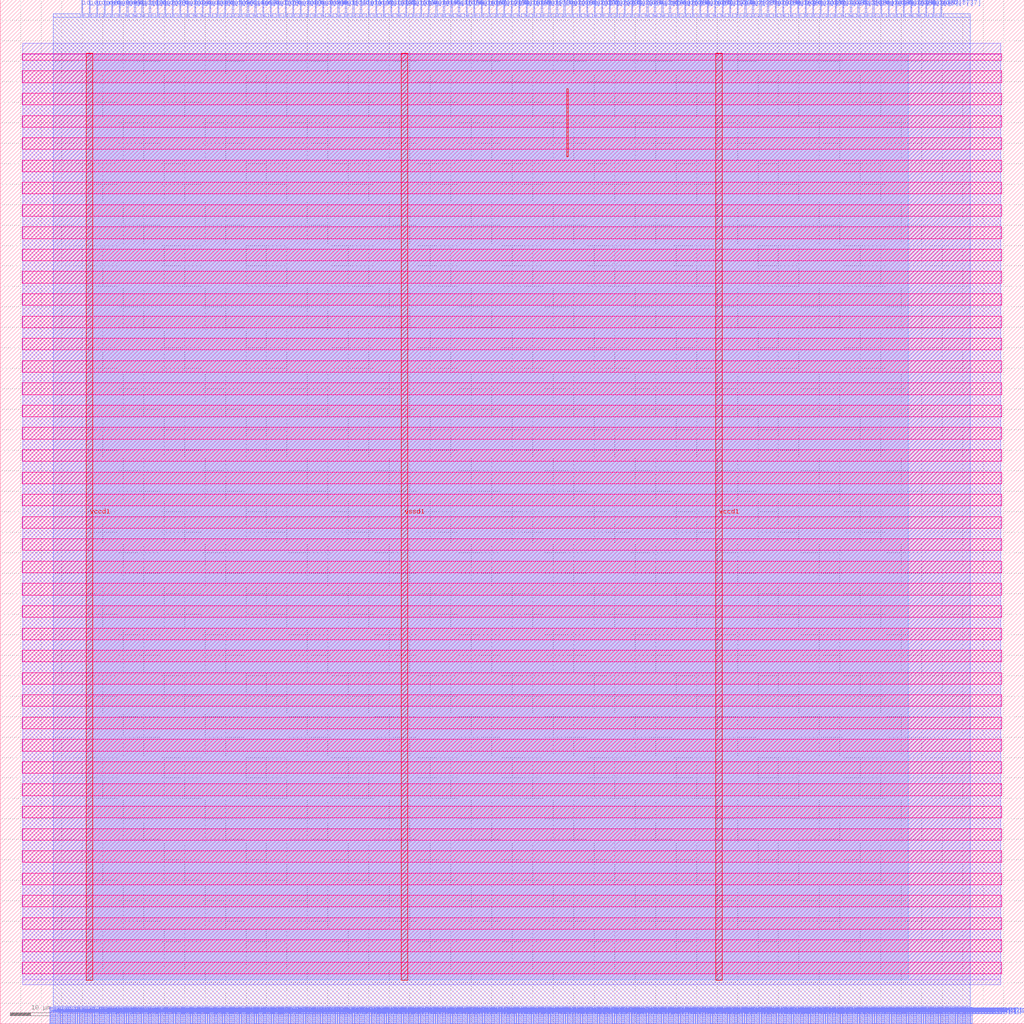
<source format=lef>
VERSION 5.7 ;
  NOWIREEXTENSIONATPIN ON ;
  DIVIDERCHAR "/" ;
  BUSBITCHARS "[]" ;
MACRO macro_golden
  CLASS BLOCK ;
  FOREIGN macro_golden ;
  ORIGIN 0.000 0.000 ;
  SIZE 250.000 BY 250.000 ;
  PIN io_active
    DIRECTION INPUT ;
    USE SIGNAL ;
    PORT
      LAYER met2 ;
        RECT 19.870 246.000 20.150 250.000 ;
    END
  END io_active
  PIN io_in[0]
    DIRECTION INPUT ;
    USE SIGNAL ;
    PORT
      LAYER met2 ;
        RECT 21.710 246.000 21.990 250.000 ;
    END
  END io_in[0]
  PIN io_in[10]
    DIRECTION INPUT ;
    USE SIGNAL ;
    PORT
      LAYER met2 ;
        RECT 76.910 246.000 77.190 250.000 ;
    END
  END io_in[10]
  PIN io_in[11]
    DIRECTION INPUT ;
    USE SIGNAL ;
    PORT
      LAYER met2 ;
        RECT 82.430 246.000 82.710 250.000 ;
    END
  END io_in[11]
  PIN io_in[12]
    DIRECTION INPUT ;
    USE SIGNAL ;
    PORT
      LAYER met2 ;
        RECT 87.950 246.000 88.230 250.000 ;
    END
  END io_in[12]
  PIN io_in[13]
    DIRECTION INPUT ;
    USE SIGNAL ;
    PORT
      LAYER met2 ;
        RECT 93.470 246.000 93.750 250.000 ;
    END
  END io_in[13]
  PIN io_in[14]
    DIRECTION INPUT ;
    USE SIGNAL ;
    PORT
      LAYER met2 ;
        RECT 98.990 246.000 99.270 250.000 ;
    END
  END io_in[14]
  PIN io_in[15]
    DIRECTION INPUT ;
    USE SIGNAL ;
    PORT
      LAYER met2 ;
        RECT 104.510 246.000 104.790 250.000 ;
    END
  END io_in[15]
  PIN io_in[16]
    DIRECTION INPUT ;
    USE SIGNAL ;
    PORT
      LAYER met2 ;
        RECT 110.030 246.000 110.310 250.000 ;
    END
  END io_in[16]
  PIN io_in[17]
    DIRECTION INPUT ;
    USE SIGNAL ;
    PORT
      LAYER met2 ;
        RECT 115.550 246.000 115.830 250.000 ;
    END
  END io_in[17]
  PIN io_in[18]
    DIRECTION INPUT ;
    USE SIGNAL ;
    PORT
      LAYER met2 ;
        RECT 121.070 246.000 121.350 250.000 ;
    END
  END io_in[18]
  PIN io_in[19]
    DIRECTION INPUT ;
    USE SIGNAL ;
    PORT
      LAYER met2 ;
        RECT 126.590 246.000 126.870 250.000 ;
    END
  END io_in[19]
  PIN io_in[1]
    DIRECTION INPUT ;
    USE SIGNAL ;
    PORT
      LAYER met2 ;
        RECT 27.230 246.000 27.510 250.000 ;
    END
  END io_in[1]
  PIN io_in[20]
    DIRECTION INPUT ;
    USE SIGNAL ;
    PORT
      LAYER met2 ;
        RECT 132.110 246.000 132.390 250.000 ;
    END
  END io_in[20]
  PIN io_in[21]
    DIRECTION INPUT ;
    USE SIGNAL ;
    PORT
      LAYER met2 ;
        RECT 137.630 246.000 137.910 250.000 ;
    END
  END io_in[21]
  PIN io_in[22]
    DIRECTION INPUT ;
    USE SIGNAL ;
    PORT
      LAYER met2 ;
        RECT 143.150 246.000 143.430 250.000 ;
    END
  END io_in[22]
  PIN io_in[23]
    DIRECTION INPUT ;
    USE SIGNAL ;
    PORT
      LAYER met2 ;
        RECT 148.670 246.000 148.950 250.000 ;
    END
  END io_in[23]
  PIN io_in[24]
    DIRECTION INPUT ;
    USE SIGNAL ;
    PORT
      LAYER met2 ;
        RECT 154.190 246.000 154.470 250.000 ;
    END
  END io_in[24]
  PIN io_in[25]
    DIRECTION INPUT ;
    USE SIGNAL ;
    PORT
      LAYER met2 ;
        RECT 159.710 246.000 159.990 250.000 ;
    END
  END io_in[25]
  PIN io_in[26]
    DIRECTION INPUT ;
    USE SIGNAL ;
    PORT
      LAYER met2 ;
        RECT 165.230 246.000 165.510 250.000 ;
    END
  END io_in[26]
  PIN io_in[27]
    DIRECTION INPUT ;
    USE SIGNAL ;
    PORT
      LAYER met2 ;
        RECT 170.750 246.000 171.030 250.000 ;
    END
  END io_in[27]
  PIN io_in[28]
    DIRECTION INPUT ;
    USE SIGNAL ;
    PORT
      LAYER met2 ;
        RECT 176.270 246.000 176.550 250.000 ;
    END
  END io_in[28]
  PIN io_in[29]
    DIRECTION INPUT ;
    USE SIGNAL ;
    PORT
      LAYER met2 ;
        RECT 181.790 246.000 182.070 250.000 ;
    END
  END io_in[29]
  PIN io_in[2]
    DIRECTION INPUT ;
    USE SIGNAL ;
    PORT
      LAYER met2 ;
        RECT 32.750 246.000 33.030 250.000 ;
    END
  END io_in[2]
  PIN io_in[30]
    DIRECTION INPUT ;
    USE SIGNAL ;
    PORT
      LAYER met2 ;
        RECT 187.310 246.000 187.590 250.000 ;
    END
  END io_in[30]
  PIN io_in[31]
    DIRECTION INPUT ;
    USE SIGNAL ;
    PORT
      LAYER met2 ;
        RECT 192.830 246.000 193.110 250.000 ;
    END
  END io_in[31]
  PIN io_in[32]
    DIRECTION INPUT ;
    USE SIGNAL ;
    PORT
      LAYER met2 ;
        RECT 198.350 246.000 198.630 250.000 ;
    END
  END io_in[32]
  PIN io_in[33]
    DIRECTION INPUT ;
    USE SIGNAL ;
    PORT
      LAYER met2 ;
        RECT 203.870 246.000 204.150 250.000 ;
    END
  END io_in[33]
  PIN io_in[34]
    DIRECTION INPUT ;
    USE SIGNAL ;
    PORT
      LAYER met2 ;
        RECT 209.390 246.000 209.670 250.000 ;
    END
  END io_in[34]
  PIN io_in[35]
    DIRECTION INPUT ;
    USE SIGNAL ;
    PORT
      LAYER met2 ;
        RECT 214.910 246.000 215.190 250.000 ;
    END
  END io_in[35]
  PIN io_in[36]
    DIRECTION INPUT ;
    USE SIGNAL ;
    PORT
      LAYER met2 ;
        RECT 220.430 246.000 220.710 250.000 ;
    END
  END io_in[36]
  PIN io_in[37]
    DIRECTION INPUT ;
    USE SIGNAL ;
    PORT
      LAYER met2 ;
        RECT 225.950 246.000 226.230 250.000 ;
    END
  END io_in[37]
  PIN io_in[3]
    DIRECTION INPUT ;
    USE SIGNAL ;
    PORT
      LAYER met2 ;
        RECT 38.270 246.000 38.550 250.000 ;
    END
  END io_in[3]
  PIN io_in[4]
    DIRECTION INPUT ;
    USE SIGNAL ;
    PORT
      LAYER met2 ;
        RECT 43.790 246.000 44.070 250.000 ;
    END
  END io_in[4]
  PIN io_in[5]
    DIRECTION INPUT ;
    USE SIGNAL ;
    PORT
      LAYER met2 ;
        RECT 49.310 246.000 49.590 250.000 ;
    END
  END io_in[5]
  PIN io_in[6]
    DIRECTION INPUT ;
    USE SIGNAL ;
    PORT
      LAYER met2 ;
        RECT 54.830 246.000 55.110 250.000 ;
    END
  END io_in[6]
  PIN io_in[7]
    DIRECTION INPUT ;
    USE SIGNAL ;
    PORT
      LAYER met2 ;
        RECT 60.350 246.000 60.630 250.000 ;
    END
  END io_in[7]
  PIN io_in[8]
    DIRECTION INPUT ;
    USE SIGNAL ;
    PORT
      LAYER met2 ;
        RECT 65.870 246.000 66.150 250.000 ;
    END
  END io_in[8]
  PIN io_in[9]
    DIRECTION INPUT ;
    USE SIGNAL ;
    PORT
      LAYER met2 ;
        RECT 71.390 246.000 71.670 250.000 ;
    END
  END io_in[9]
  PIN io_oeb[0]
    DIRECTION OUTPUT TRISTATE ;
    USE SIGNAL ;
    PORT
      LAYER met2 ;
        RECT 23.550 246.000 23.830 250.000 ;
    END
  END io_oeb[0]
  PIN io_oeb[10]
    DIRECTION OUTPUT TRISTATE ;
    USE SIGNAL ;
    PORT
      LAYER met2 ;
        RECT 78.750 246.000 79.030 250.000 ;
    END
  END io_oeb[10]
  PIN io_oeb[11]
    DIRECTION OUTPUT TRISTATE ;
    USE SIGNAL ;
    PORT
      LAYER met2 ;
        RECT 84.270 246.000 84.550 250.000 ;
    END
  END io_oeb[11]
  PIN io_oeb[12]
    DIRECTION OUTPUT TRISTATE ;
    USE SIGNAL ;
    PORT
      LAYER met2 ;
        RECT 89.790 246.000 90.070 250.000 ;
    END
  END io_oeb[12]
  PIN io_oeb[13]
    DIRECTION OUTPUT TRISTATE ;
    USE SIGNAL ;
    PORT
      LAYER met2 ;
        RECT 95.310 246.000 95.590 250.000 ;
    END
  END io_oeb[13]
  PIN io_oeb[14]
    DIRECTION OUTPUT TRISTATE ;
    USE SIGNAL ;
    PORT
      LAYER met2 ;
        RECT 100.830 246.000 101.110 250.000 ;
    END
  END io_oeb[14]
  PIN io_oeb[15]
    DIRECTION OUTPUT TRISTATE ;
    USE SIGNAL ;
    PORT
      LAYER met2 ;
        RECT 106.350 246.000 106.630 250.000 ;
    END
  END io_oeb[15]
  PIN io_oeb[16]
    DIRECTION OUTPUT TRISTATE ;
    USE SIGNAL ;
    PORT
      LAYER met2 ;
        RECT 111.870 246.000 112.150 250.000 ;
    END
  END io_oeb[16]
  PIN io_oeb[17]
    DIRECTION OUTPUT TRISTATE ;
    USE SIGNAL ;
    PORT
      LAYER met2 ;
        RECT 117.390 246.000 117.670 250.000 ;
    END
  END io_oeb[17]
  PIN io_oeb[18]
    DIRECTION OUTPUT TRISTATE ;
    USE SIGNAL ;
    PORT
      LAYER met2 ;
        RECT 122.910 246.000 123.190 250.000 ;
    END
  END io_oeb[18]
  PIN io_oeb[19]
    DIRECTION OUTPUT TRISTATE ;
    USE SIGNAL ;
    PORT
      LAYER met2 ;
        RECT 128.430 246.000 128.710 250.000 ;
    END
  END io_oeb[19]
  PIN io_oeb[1]
    DIRECTION OUTPUT TRISTATE ;
    USE SIGNAL ;
    PORT
      LAYER met2 ;
        RECT 29.070 246.000 29.350 250.000 ;
    END
  END io_oeb[1]
  PIN io_oeb[20]
    DIRECTION OUTPUT TRISTATE ;
    USE SIGNAL ;
    PORT
      LAYER met2 ;
        RECT 133.950 246.000 134.230 250.000 ;
    END
  END io_oeb[20]
  PIN io_oeb[21]
    DIRECTION OUTPUT TRISTATE ;
    USE SIGNAL ;
    PORT
      LAYER met2 ;
        RECT 139.470 246.000 139.750 250.000 ;
    END
  END io_oeb[21]
  PIN io_oeb[22]
    DIRECTION OUTPUT TRISTATE ;
    USE SIGNAL ;
    PORT
      LAYER met2 ;
        RECT 144.990 246.000 145.270 250.000 ;
    END
  END io_oeb[22]
  PIN io_oeb[23]
    DIRECTION OUTPUT TRISTATE ;
    USE SIGNAL ;
    PORT
      LAYER met2 ;
        RECT 150.510 246.000 150.790 250.000 ;
    END
  END io_oeb[23]
  PIN io_oeb[24]
    DIRECTION OUTPUT TRISTATE ;
    USE SIGNAL ;
    PORT
      LAYER met2 ;
        RECT 156.030 246.000 156.310 250.000 ;
    END
  END io_oeb[24]
  PIN io_oeb[25]
    DIRECTION OUTPUT TRISTATE ;
    USE SIGNAL ;
    PORT
      LAYER met2 ;
        RECT 161.550 246.000 161.830 250.000 ;
    END
  END io_oeb[25]
  PIN io_oeb[26]
    DIRECTION OUTPUT TRISTATE ;
    USE SIGNAL ;
    PORT
      LAYER met2 ;
        RECT 167.070 246.000 167.350 250.000 ;
    END
  END io_oeb[26]
  PIN io_oeb[27]
    DIRECTION OUTPUT TRISTATE ;
    USE SIGNAL ;
    PORT
      LAYER met2 ;
        RECT 172.590 246.000 172.870 250.000 ;
    END
  END io_oeb[27]
  PIN io_oeb[28]
    DIRECTION OUTPUT TRISTATE ;
    USE SIGNAL ;
    PORT
      LAYER met2 ;
        RECT 178.110 246.000 178.390 250.000 ;
    END
  END io_oeb[28]
  PIN io_oeb[29]
    DIRECTION OUTPUT TRISTATE ;
    USE SIGNAL ;
    PORT
      LAYER met2 ;
        RECT 183.630 246.000 183.910 250.000 ;
    END
  END io_oeb[29]
  PIN io_oeb[2]
    DIRECTION OUTPUT TRISTATE ;
    USE SIGNAL ;
    PORT
      LAYER met2 ;
        RECT 34.590 246.000 34.870 250.000 ;
    END
  END io_oeb[2]
  PIN io_oeb[30]
    DIRECTION OUTPUT TRISTATE ;
    USE SIGNAL ;
    PORT
      LAYER met2 ;
        RECT 189.150 246.000 189.430 250.000 ;
    END
  END io_oeb[30]
  PIN io_oeb[31]
    DIRECTION OUTPUT TRISTATE ;
    USE SIGNAL ;
    PORT
      LAYER met2 ;
        RECT 194.670 246.000 194.950 250.000 ;
    END
  END io_oeb[31]
  PIN io_oeb[32]
    DIRECTION OUTPUT TRISTATE ;
    USE SIGNAL ;
    PORT
      LAYER met2 ;
        RECT 200.190 246.000 200.470 250.000 ;
    END
  END io_oeb[32]
  PIN io_oeb[33]
    DIRECTION OUTPUT TRISTATE ;
    USE SIGNAL ;
    PORT
      LAYER met2 ;
        RECT 205.710 246.000 205.990 250.000 ;
    END
  END io_oeb[33]
  PIN io_oeb[34]
    DIRECTION OUTPUT TRISTATE ;
    USE SIGNAL ;
    PORT
      LAYER met2 ;
        RECT 211.230 246.000 211.510 250.000 ;
    END
  END io_oeb[34]
  PIN io_oeb[35]
    DIRECTION OUTPUT TRISTATE ;
    USE SIGNAL ;
    PORT
      LAYER met2 ;
        RECT 216.750 246.000 217.030 250.000 ;
    END
  END io_oeb[35]
  PIN io_oeb[36]
    DIRECTION OUTPUT TRISTATE ;
    USE SIGNAL ;
    PORT
      LAYER met2 ;
        RECT 222.270 246.000 222.550 250.000 ;
    END
  END io_oeb[36]
  PIN io_oeb[37]
    DIRECTION OUTPUT TRISTATE ;
    USE SIGNAL ;
    PORT
      LAYER met2 ;
        RECT 227.790 246.000 228.070 250.000 ;
    END
  END io_oeb[37]
  PIN io_oeb[3]
    DIRECTION OUTPUT TRISTATE ;
    USE SIGNAL ;
    PORT
      LAYER met2 ;
        RECT 40.110 246.000 40.390 250.000 ;
    END
  END io_oeb[3]
  PIN io_oeb[4]
    DIRECTION OUTPUT TRISTATE ;
    USE SIGNAL ;
    PORT
      LAYER met2 ;
        RECT 45.630 246.000 45.910 250.000 ;
    END
  END io_oeb[4]
  PIN io_oeb[5]
    DIRECTION OUTPUT TRISTATE ;
    USE SIGNAL ;
    PORT
      LAYER met2 ;
        RECT 51.150 246.000 51.430 250.000 ;
    END
  END io_oeb[5]
  PIN io_oeb[6]
    DIRECTION OUTPUT TRISTATE ;
    USE SIGNAL ;
    PORT
      LAYER met2 ;
        RECT 56.670 246.000 56.950 250.000 ;
    END
  END io_oeb[6]
  PIN io_oeb[7]
    DIRECTION OUTPUT TRISTATE ;
    USE SIGNAL ;
    PORT
      LAYER met2 ;
        RECT 62.190 246.000 62.470 250.000 ;
    END
  END io_oeb[7]
  PIN io_oeb[8]
    DIRECTION OUTPUT TRISTATE ;
    USE SIGNAL ;
    PORT
      LAYER met2 ;
        RECT 67.710 246.000 67.990 250.000 ;
    END
  END io_oeb[8]
  PIN io_oeb[9]
    DIRECTION OUTPUT TRISTATE ;
    USE SIGNAL ;
    PORT
      LAYER met2 ;
        RECT 73.230 246.000 73.510 250.000 ;
    END
  END io_oeb[9]
  PIN io_out[0]
    DIRECTION OUTPUT TRISTATE ;
    USE SIGNAL ;
    PORT
      LAYER met2 ;
        RECT 25.390 246.000 25.670 250.000 ;
    END
  END io_out[0]
  PIN io_out[10]
    DIRECTION OUTPUT TRISTATE ;
    USE SIGNAL ;
    PORT
      LAYER met2 ;
        RECT 80.590 246.000 80.870 250.000 ;
    END
  END io_out[10]
  PIN io_out[11]
    DIRECTION OUTPUT TRISTATE ;
    USE SIGNAL ;
    PORT
      LAYER met2 ;
        RECT 86.110 246.000 86.390 250.000 ;
    END
  END io_out[11]
  PIN io_out[12]
    DIRECTION OUTPUT TRISTATE ;
    USE SIGNAL ;
    PORT
      LAYER met2 ;
        RECT 91.630 246.000 91.910 250.000 ;
    END
  END io_out[12]
  PIN io_out[13]
    DIRECTION OUTPUT TRISTATE ;
    USE SIGNAL ;
    PORT
      LAYER met2 ;
        RECT 97.150 246.000 97.430 250.000 ;
    END
  END io_out[13]
  PIN io_out[14]
    DIRECTION OUTPUT TRISTATE ;
    USE SIGNAL ;
    PORT
      LAYER met2 ;
        RECT 102.670 246.000 102.950 250.000 ;
    END
  END io_out[14]
  PIN io_out[15]
    DIRECTION OUTPUT TRISTATE ;
    USE SIGNAL ;
    PORT
      LAYER met2 ;
        RECT 108.190 246.000 108.470 250.000 ;
    END
  END io_out[15]
  PIN io_out[16]
    DIRECTION OUTPUT TRISTATE ;
    USE SIGNAL ;
    PORT
      LAYER met2 ;
        RECT 113.710 246.000 113.990 250.000 ;
    END
  END io_out[16]
  PIN io_out[17]
    DIRECTION OUTPUT TRISTATE ;
    USE SIGNAL ;
    PORT
      LAYER met2 ;
        RECT 119.230 246.000 119.510 250.000 ;
    END
  END io_out[17]
  PIN io_out[18]
    DIRECTION OUTPUT TRISTATE ;
    USE SIGNAL ;
    PORT
      LAYER met2 ;
        RECT 124.750 246.000 125.030 250.000 ;
    END
  END io_out[18]
  PIN io_out[19]
    DIRECTION OUTPUT TRISTATE ;
    USE SIGNAL ;
    PORT
      LAYER met2 ;
        RECT 130.270 246.000 130.550 250.000 ;
    END
  END io_out[19]
  PIN io_out[1]
    DIRECTION OUTPUT TRISTATE ;
    USE SIGNAL ;
    PORT
      LAYER met2 ;
        RECT 30.910 246.000 31.190 250.000 ;
    END
  END io_out[1]
  PIN io_out[20]
    DIRECTION OUTPUT TRISTATE ;
    USE SIGNAL ;
    PORT
      LAYER met2 ;
        RECT 135.790 246.000 136.070 250.000 ;
    END
  END io_out[20]
  PIN io_out[21]
    DIRECTION OUTPUT TRISTATE ;
    USE SIGNAL ;
    PORT
      LAYER met2 ;
        RECT 141.310 246.000 141.590 250.000 ;
    END
  END io_out[21]
  PIN io_out[22]
    DIRECTION OUTPUT TRISTATE ;
    USE SIGNAL ;
    PORT
      LAYER met2 ;
        RECT 146.830 246.000 147.110 250.000 ;
    END
  END io_out[22]
  PIN io_out[23]
    DIRECTION OUTPUT TRISTATE ;
    USE SIGNAL ;
    PORT
      LAYER met2 ;
        RECT 152.350 246.000 152.630 250.000 ;
    END
  END io_out[23]
  PIN io_out[24]
    DIRECTION OUTPUT TRISTATE ;
    USE SIGNAL ;
    PORT
      LAYER met2 ;
        RECT 157.870 246.000 158.150 250.000 ;
    END
  END io_out[24]
  PIN io_out[25]
    DIRECTION OUTPUT TRISTATE ;
    USE SIGNAL ;
    PORT
      LAYER met2 ;
        RECT 163.390 246.000 163.670 250.000 ;
    END
  END io_out[25]
  PIN io_out[26]
    DIRECTION OUTPUT TRISTATE ;
    USE SIGNAL ;
    PORT
      LAYER met2 ;
        RECT 168.910 246.000 169.190 250.000 ;
    END
  END io_out[26]
  PIN io_out[27]
    DIRECTION OUTPUT TRISTATE ;
    USE SIGNAL ;
    PORT
      LAYER met2 ;
        RECT 174.430 246.000 174.710 250.000 ;
    END
  END io_out[27]
  PIN io_out[28]
    DIRECTION OUTPUT TRISTATE ;
    USE SIGNAL ;
    PORT
      LAYER met2 ;
        RECT 179.950 246.000 180.230 250.000 ;
    END
  END io_out[28]
  PIN io_out[29]
    DIRECTION OUTPUT TRISTATE ;
    USE SIGNAL ;
    PORT
      LAYER met2 ;
        RECT 185.470 246.000 185.750 250.000 ;
    END
  END io_out[29]
  PIN io_out[2]
    DIRECTION OUTPUT TRISTATE ;
    USE SIGNAL ;
    PORT
      LAYER met2 ;
        RECT 36.430 246.000 36.710 250.000 ;
    END
  END io_out[2]
  PIN io_out[30]
    DIRECTION OUTPUT TRISTATE ;
    USE SIGNAL ;
    PORT
      LAYER met2 ;
        RECT 190.990 246.000 191.270 250.000 ;
    END
  END io_out[30]
  PIN io_out[31]
    DIRECTION OUTPUT TRISTATE ;
    USE SIGNAL ;
    PORT
      LAYER met2 ;
        RECT 196.510 246.000 196.790 250.000 ;
    END
  END io_out[31]
  PIN io_out[32]
    DIRECTION OUTPUT TRISTATE ;
    USE SIGNAL ;
    PORT
      LAYER met2 ;
        RECT 202.030 246.000 202.310 250.000 ;
    END
  END io_out[32]
  PIN io_out[33]
    DIRECTION OUTPUT TRISTATE ;
    USE SIGNAL ;
    PORT
      LAYER met2 ;
        RECT 207.550 246.000 207.830 250.000 ;
    END
  END io_out[33]
  PIN io_out[34]
    DIRECTION OUTPUT TRISTATE ;
    USE SIGNAL ;
    PORT
      LAYER met2 ;
        RECT 213.070 246.000 213.350 250.000 ;
    END
  END io_out[34]
  PIN io_out[35]
    DIRECTION OUTPUT TRISTATE ;
    USE SIGNAL ;
    PORT
      LAYER met2 ;
        RECT 218.590 246.000 218.870 250.000 ;
    END
  END io_out[35]
  PIN io_out[36]
    DIRECTION OUTPUT TRISTATE ;
    USE SIGNAL ;
    PORT
      LAYER met2 ;
        RECT 224.110 246.000 224.390 250.000 ;
    END
  END io_out[36]
  PIN io_out[37]
    DIRECTION OUTPUT TRISTATE ;
    USE SIGNAL ;
    PORT
      LAYER met2 ;
        RECT 229.630 246.000 229.910 250.000 ;
    END
  END io_out[37]
  PIN io_out[3]
    DIRECTION OUTPUT TRISTATE ;
    USE SIGNAL ;
    PORT
      LAYER met2 ;
        RECT 41.950 246.000 42.230 250.000 ;
    END
  END io_out[3]
  PIN io_out[4]
    DIRECTION OUTPUT TRISTATE ;
    USE SIGNAL ;
    PORT
      LAYER met2 ;
        RECT 47.470 246.000 47.750 250.000 ;
    END
  END io_out[4]
  PIN io_out[5]
    DIRECTION OUTPUT TRISTATE ;
    USE SIGNAL ;
    PORT
      LAYER met2 ;
        RECT 52.990 246.000 53.270 250.000 ;
    END
  END io_out[5]
  PIN io_out[6]
    DIRECTION OUTPUT TRISTATE ;
    USE SIGNAL ;
    PORT
      LAYER met2 ;
        RECT 58.510 246.000 58.790 250.000 ;
    END
  END io_out[6]
  PIN io_out[7]
    DIRECTION OUTPUT TRISTATE ;
    USE SIGNAL ;
    PORT
      LAYER met2 ;
        RECT 64.030 246.000 64.310 250.000 ;
    END
  END io_out[7]
  PIN io_out[8]
    DIRECTION OUTPUT TRISTATE ;
    USE SIGNAL ;
    PORT
      LAYER met2 ;
        RECT 69.550 246.000 69.830 250.000 ;
    END
  END io_out[8]
  PIN io_out[9]
    DIRECTION OUTPUT TRISTATE ;
    USE SIGNAL ;
    PORT
      LAYER met2 ;
        RECT 75.070 246.000 75.350 250.000 ;
    END
  END io_out[9]
  PIN la_data_in[0]
    DIRECTION INPUT ;
    USE SIGNAL ;
    PORT
      LAYER met2 ;
        RECT 60.810 0.000 61.090 4.000 ;
    END
  END la_data_in[0]
  PIN la_data_in[100]
    DIRECTION INPUT ;
    USE SIGNAL ;
    PORT
      LAYER met2 ;
        RECT 198.810 0.000 199.090 4.000 ;
    END
  END la_data_in[100]
  PIN la_data_in[101]
    DIRECTION INPUT ;
    USE SIGNAL ;
    PORT
      LAYER met2 ;
        RECT 200.190 0.000 200.470 4.000 ;
    END
  END la_data_in[101]
  PIN la_data_in[102]
    DIRECTION INPUT ;
    USE SIGNAL ;
    PORT
      LAYER met2 ;
        RECT 201.570 0.000 201.850 4.000 ;
    END
  END la_data_in[102]
  PIN la_data_in[103]
    DIRECTION INPUT ;
    USE SIGNAL ;
    PORT
      LAYER met2 ;
        RECT 202.950 0.000 203.230 4.000 ;
    END
  END la_data_in[103]
  PIN la_data_in[104]
    DIRECTION INPUT ;
    USE SIGNAL ;
    PORT
      LAYER met2 ;
        RECT 204.330 0.000 204.610 4.000 ;
    END
  END la_data_in[104]
  PIN la_data_in[105]
    DIRECTION INPUT ;
    USE SIGNAL ;
    PORT
      LAYER met2 ;
        RECT 205.710 0.000 205.990 4.000 ;
    END
  END la_data_in[105]
  PIN la_data_in[106]
    DIRECTION INPUT ;
    USE SIGNAL ;
    PORT
      LAYER met2 ;
        RECT 207.090 0.000 207.370 4.000 ;
    END
  END la_data_in[106]
  PIN la_data_in[107]
    DIRECTION INPUT ;
    USE SIGNAL ;
    PORT
      LAYER met2 ;
        RECT 208.470 0.000 208.750 4.000 ;
    END
  END la_data_in[107]
  PIN la_data_in[108]
    DIRECTION INPUT ;
    USE SIGNAL ;
    PORT
      LAYER met2 ;
        RECT 209.850 0.000 210.130 4.000 ;
    END
  END la_data_in[108]
  PIN la_data_in[109]
    DIRECTION INPUT ;
    USE SIGNAL ;
    PORT
      LAYER met2 ;
        RECT 211.230 0.000 211.510 4.000 ;
    END
  END la_data_in[109]
  PIN la_data_in[10]
    DIRECTION INPUT ;
    USE SIGNAL ;
    PORT
      LAYER met2 ;
        RECT 74.610 0.000 74.890 4.000 ;
    END
  END la_data_in[10]
  PIN la_data_in[110]
    DIRECTION INPUT ;
    USE SIGNAL ;
    PORT
      LAYER met2 ;
        RECT 212.610 0.000 212.890 4.000 ;
    END
  END la_data_in[110]
  PIN la_data_in[111]
    DIRECTION INPUT ;
    USE SIGNAL ;
    PORT
      LAYER met2 ;
        RECT 213.990 0.000 214.270 4.000 ;
    END
  END la_data_in[111]
  PIN la_data_in[112]
    DIRECTION INPUT ;
    USE SIGNAL ;
    PORT
      LAYER met2 ;
        RECT 215.370 0.000 215.650 4.000 ;
    END
  END la_data_in[112]
  PIN la_data_in[113]
    DIRECTION INPUT ;
    USE SIGNAL ;
    PORT
      LAYER met2 ;
        RECT 216.750 0.000 217.030 4.000 ;
    END
  END la_data_in[113]
  PIN la_data_in[114]
    DIRECTION INPUT ;
    USE SIGNAL ;
    PORT
      LAYER met2 ;
        RECT 218.130 0.000 218.410 4.000 ;
    END
  END la_data_in[114]
  PIN la_data_in[115]
    DIRECTION INPUT ;
    USE SIGNAL ;
    PORT
      LAYER met2 ;
        RECT 219.510 0.000 219.790 4.000 ;
    END
  END la_data_in[115]
  PIN la_data_in[116]
    DIRECTION INPUT ;
    USE SIGNAL ;
    PORT
      LAYER met2 ;
        RECT 220.890 0.000 221.170 4.000 ;
    END
  END la_data_in[116]
  PIN la_data_in[117]
    DIRECTION INPUT ;
    USE SIGNAL ;
    PORT
      LAYER met2 ;
        RECT 222.270 0.000 222.550 4.000 ;
    END
  END la_data_in[117]
  PIN la_data_in[118]
    DIRECTION INPUT ;
    USE SIGNAL ;
    PORT
      LAYER met2 ;
        RECT 223.650 0.000 223.930 4.000 ;
    END
  END la_data_in[118]
  PIN la_data_in[119]
    DIRECTION INPUT ;
    USE SIGNAL ;
    PORT
      LAYER met2 ;
        RECT 225.030 0.000 225.310 4.000 ;
    END
  END la_data_in[119]
  PIN la_data_in[11]
    DIRECTION INPUT ;
    USE SIGNAL ;
    PORT
      LAYER met2 ;
        RECT 75.990 0.000 76.270 4.000 ;
    END
  END la_data_in[11]
  PIN la_data_in[120]
    DIRECTION INPUT ;
    USE SIGNAL ;
    PORT
      LAYER met2 ;
        RECT 226.410 0.000 226.690 4.000 ;
    END
  END la_data_in[120]
  PIN la_data_in[121]
    DIRECTION INPUT ;
    USE SIGNAL ;
    PORT
      LAYER met2 ;
        RECT 227.790 0.000 228.070 4.000 ;
    END
  END la_data_in[121]
  PIN la_data_in[122]
    DIRECTION INPUT ;
    USE SIGNAL ;
    PORT
      LAYER met2 ;
        RECT 229.170 0.000 229.450 4.000 ;
    END
  END la_data_in[122]
  PIN la_data_in[123]
    DIRECTION INPUT ;
    USE SIGNAL ;
    PORT
      LAYER met2 ;
        RECT 230.550 0.000 230.830 4.000 ;
    END
  END la_data_in[123]
  PIN la_data_in[124]
    DIRECTION INPUT ;
    USE SIGNAL ;
    PORT
      LAYER met2 ;
        RECT 231.930 0.000 232.210 4.000 ;
    END
  END la_data_in[124]
  PIN la_data_in[125]
    DIRECTION INPUT ;
    USE SIGNAL ;
    PORT
      LAYER met2 ;
        RECT 233.310 0.000 233.590 4.000 ;
    END
  END la_data_in[125]
  PIN la_data_in[126]
    DIRECTION INPUT ;
    USE SIGNAL ;
    PORT
      LAYER met2 ;
        RECT 234.690 0.000 234.970 4.000 ;
    END
  END la_data_in[126]
  PIN la_data_in[127]
    DIRECTION INPUT ;
    USE SIGNAL ;
    PORT
      LAYER met2 ;
        RECT 236.070 0.000 236.350 4.000 ;
    END
  END la_data_in[127]
  PIN la_data_in[12]
    DIRECTION INPUT ;
    USE SIGNAL ;
    PORT
      LAYER met2 ;
        RECT 77.370 0.000 77.650 4.000 ;
    END
  END la_data_in[12]
  PIN la_data_in[13]
    DIRECTION INPUT ;
    USE SIGNAL ;
    PORT
      LAYER met2 ;
        RECT 78.750 0.000 79.030 4.000 ;
    END
  END la_data_in[13]
  PIN la_data_in[14]
    DIRECTION INPUT ;
    USE SIGNAL ;
    PORT
      LAYER met2 ;
        RECT 80.130 0.000 80.410 4.000 ;
    END
  END la_data_in[14]
  PIN la_data_in[15]
    DIRECTION INPUT ;
    USE SIGNAL ;
    PORT
      LAYER met2 ;
        RECT 81.510 0.000 81.790 4.000 ;
    END
  END la_data_in[15]
  PIN la_data_in[16]
    DIRECTION INPUT ;
    USE SIGNAL ;
    PORT
      LAYER met2 ;
        RECT 82.890 0.000 83.170 4.000 ;
    END
  END la_data_in[16]
  PIN la_data_in[17]
    DIRECTION INPUT ;
    USE SIGNAL ;
    PORT
      LAYER met2 ;
        RECT 84.270 0.000 84.550 4.000 ;
    END
  END la_data_in[17]
  PIN la_data_in[18]
    DIRECTION INPUT ;
    USE SIGNAL ;
    PORT
      LAYER met2 ;
        RECT 85.650 0.000 85.930 4.000 ;
    END
  END la_data_in[18]
  PIN la_data_in[19]
    DIRECTION INPUT ;
    USE SIGNAL ;
    PORT
      LAYER met2 ;
        RECT 87.030 0.000 87.310 4.000 ;
    END
  END la_data_in[19]
  PIN la_data_in[1]
    DIRECTION INPUT ;
    USE SIGNAL ;
    PORT
      LAYER met2 ;
        RECT 62.190 0.000 62.470 4.000 ;
    END
  END la_data_in[1]
  PIN la_data_in[20]
    DIRECTION INPUT ;
    USE SIGNAL ;
    PORT
      LAYER met2 ;
        RECT 88.410 0.000 88.690 4.000 ;
    END
  END la_data_in[20]
  PIN la_data_in[21]
    DIRECTION INPUT ;
    USE SIGNAL ;
    PORT
      LAYER met2 ;
        RECT 89.790 0.000 90.070 4.000 ;
    END
  END la_data_in[21]
  PIN la_data_in[22]
    DIRECTION INPUT ;
    USE SIGNAL ;
    PORT
      LAYER met2 ;
        RECT 91.170 0.000 91.450 4.000 ;
    END
  END la_data_in[22]
  PIN la_data_in[23]
    DIRECTION INPUT ;
    USE SIGNAL ;
    PORT
      LAYER met2 ;
        RECT 92.550 0.000 92.830 4.000 ;
    END
  END la_data_in[23]
  PIN la_data_in[24]
    DIRECTION INPUT ;
    USE SIGNAL ;
    PORT
      LAYER met2 ;
        RECT 93.930 0.000 94.210 4.000 ;
    END
  END la_data_in[24]
  PIN la_data_in[25]
    DIRECTION INPUT ;
    USE SIGNAL ;
    PORT
      LAYER met2 ;
        RECT 95.310 0.000 95.590 4.000 ;
    END
  END la_data_in[25]
  PIN la_data_in[26]
    DIRECTION INPUT ;
    USE SIGNAL ;
    PORT
      LAYER met2 ;
        RECT 96.690 0.000 96.970 4.000 ;
    END
  END la_data_in[26]
  PIN la_data_in[27]
    DIRECTION INPUT ;
    USE SIGNAL ;
    PORT
      LAYER met2 ;
        RECT 98.070 0.000 98.350 4.000 ;
    END
  END la_data_in[27]
  PIN la_data_in[28]
    DIRECTION INPUT ;
    USE SIGNAL ;
    PORT
      LAYER met2 ;
        RECT 99.450 0.000 99.730 4.000 ;
    END
  END la_data_in[28]
  PIN la_data_in[29]
    DIRECTION INPUT ;
    USE SIGNAL ;
    PORT
      LAYER met2 ;
        RECT 100.830 0.000 101.110 4.000 ;
    END
  END la_data_in[29]
  PIN la_data_in[2]
    DIRECTION INPUT ;
    USE SIGNAL ;
    PORT
      LAYER met2 ;
        RECT 63.570 0.000 63.850 4.000 ;
    END
  END la_data_in[2]
  PIN la_data_in[30]
    DIRECTION INPUT ;
    USE SIGNAL ;
    PORT
      LAYER met2 ;
        RECT 102.210 0.000 102.490 4.000 ;
    END
  END la_data_in[30]
  PIN la_data_in[31]
    DIRECTION INPUT ;
    USE SIGNAL ;
    PORT
      LAYER met2 ;
        RECT 103.590 0.000 103.870 4.000 ;
    END
  END la_data_in[31]
  PIN la_data_in[32]
    DIRECTION INPUT ;
    USE SIGNAL ;
    PORT
      LAYER met2 ;
        RECT 104.970 0.000 105.250 4.000 ;
    END
  END la_data_in[32]
  PIN la_data_in[33]
    DIRECTION INPUT ;
    USE SIGNAL ;
    PORT
      LAYER met2 ;
        RECT 106.350 0.000 106.630 4.000 ;
    END
  END la_data_in[33]
  PIN la_data_in[34]
    DIRECTION INPUT ;
    USE SIGNAL ;
    PORT
      LAYER met2 ;
        RECT 107.730 0.000 108.010 4.000 ;
    END
  END la_data_in[34]
  PIN la_data_in[35]
    DIRECTION INPUT ;
    USE SIGNAL ;
    PORT
      LAYER met2 ;
        RECT 109.110 0.000 109.390 4.000 ;
    END
  END la_data_in[35]
  PIN la_data_in[36]
    DIRECTION INPUT ;
    USE SIGNAL ;
    PORT
      LAYER met2 ;
        RECT 110.490 0.000 110.770 4.000 ;
    END
  END la_data_in[36]
  PIN la_data_in[37]
    DIRECTION INPUT ;
    USE SIGNAL ;
    PORT
      LAYER met2 ;
        RECT 111.870 0.000 112.150 4.000 ;
    END
  END la_data_in[37]
  PIN la_data_in[38]
    DIRECTION INPUT ;
    USE SIGNAL ;
    PORT
      LAYER met2 ;
        RECT 113.250 0.000 113.530 4.000 ;
    END
  END la_data_in[38]
  PIN la_data_in[39]
    DIRECTION INPUT ;
    USE SIGNAL ;
    PORT
      LAYER met2 ;
        RECT 114.630 0.000 114.910 4.000 ;
    END
  END la_data_in[39]
  PIN la_data_in[3]
    DIRECTION INPUT ;
    USE SIGNAL ;
    PORT
      LAYER met2 ;
        RECT 64.950 0.000 65.230 4.000 ;
    END
  END la_data_in[3]
  PIN la_data_in[40]
    DIRECTION INPUT ;
    USE SIGNAL ;
    PORT
      LAYER met2 ;
        RECT 116.010 0.000 116.290 4.000 ;
    END
  END la_data_in[40]
  PIN la_data_in[41]
    DIRECTION INPUT ;
    USE SIGNAL ;
    PORT
      LAYER met2 ;
        RECT 117.390 0.000 117.670 4.000 ;
    END
  END la_data_in[41]
  PIN la_data_in[42]
    DIRECTION INPUT ;
    USE SIGNAL ;
    PORT
      LAYER met2 ;
        RECT 118.770 0.000 119.050 4.000 ;
    END
  END la_data_in[42]
  PIN la_data_in[43]
    DIRECTION INPUT ;
    USE SIGNAL ;
    PORT
      LAYER met2 ;
        RECT 120.150 0.000 120.430 4.000 ;
    END
  END la_data_in[43]
  PIN la_data_in[44]
    DIRECTION INPUT ;
    USE SIGNAL ;
    PORT
      LAYER met2 ;
        RECT 121.530 0.000 121.810 4.000 ;
    END
  END la_data_in[44]
  PIN la_data_in[45]
    DIRECTION INPUT ;
    USE SIGNAL ;
    PORT
      LAYER met2 ;
        RECT 122.910 0.000 123.190 4.000 ;
    END
  END la_data_in[45]
  PIN la_data_in[46]
    DIRECTION INPUT ;
    USE SIGNAL ;
    PORT
      LAYER met2 ;
        RECT 124.290 0.000 124.570 4.000 ;
    END
  END la_data_in[46]
  PIN la_data_in[47]
    DIRECTION INPUT ;
    USE SIGNAL ;
    PORT
      LAYER met2 ;
        RECT 125.670 0.000 125.950 4.000 ;
    END
  END la_data_in[47]
  PIN la_data_in[48]
    DIRECTION INPUT ;
    USE SIGNAL ;
    PORT
      LAYER met2 ;
        RECT 127.050 0.000 127.330 4.000 ;
    END
  END la_data_in[48]
  PIN la_data_in[49]
    DIRECTION INPUT ;
    USE SIGNAL ;
    PORT
      LAYER met2 ;
        RECT 128.430 0.000 128.710 4.000 ;
    END
  END la_data_in[49]
  PIN la_data_in[4]
    DIRECTION INPUT ;
    USE SIGNAL ;
    PORT
      LAYER met2 ;
        RECT 66.330 0.000 66.610 4.000 ;
    END
  END la_data_in[4]
  PIN la_data_in[50]
    DIRECTION INPUT ;
    USE SIGNAL ;
    PORT
      LAYER met2 ;
        RECT 129.810 0.000 130.090 4.000 ;
    END
  END la_data_in[50]
  PIN la_data_in[51]
    DIRECTION INPUT ;
    USE SIGNAL ;
    PORT
      LAYER met2 ;
        RECT 131.190 0.000 131.470 4.000 ;
    END
  END la_data_in[51]
  PIN la_data_in[52]
    DIRECTION INPUT ;
    USE SIGNAL ;
    PORT
      LAYER met2 ;
        RECT 132.570 0.000 132.850 4.000 ;
    END
  END la_data_in[52]
  PIN la_data_in[53]
    DIRECTION INPUT ;
    USE SIGNAL ;
    PORT
      LAYER met2 ;
        RECT 133.950 0.000 134.230 4.000 ;
    END
  END la_data_in[53]
  PIN la_data_in[54]
    DIRECTION INPUT ;
    USE SIGNAL ;
    PORT
      LAYER met2 ;
        RECT 135.330 0.000 135.610 4.000 ;
    END
  END la_data_in[54]
  PIN la_data_in[55]
    DIRECTION INPUT ;
    USE SIGNAL ;
    PORT
      LAYER met2 ;
        RECT 136.710 0.000 136.990 4.000 ;
    END
  END la_data_in[55]
  PIN la_data_in[56]
    DIRECTION INPUT ;
    USE SIGNAL ;
    PORT
      LAYER met2 ;
        RECT 138.090 0.000 138.370 4.000 ;
    END
  END la_data_in[56]
  PIN la_data_in[57]
    DIRECTION INPUT ;
    USE SIGNAL ;
    PORT
      LAYER met2 ;
        RECT 139.470 0.000 139.750 4.000 ;
    END
  END la_data_in[57]
  PIN la_data_in[58]
    DIRECTION INPUT ;
    USE SIGNAL ;
    PORT
      LAYER met2 ;
        RECT 140.850 0.000 141.130 4.000 ;
    END
  END la_data_in[58]
  PIN la_data_in[59]
    DIRECTION INPUT ;
    USE SIGNAL ;
    PORT
      LAYER met2 ;
        RECT 142.230 0.000 142.510 4.000 ;
    END
  END la_data_in[59]
  PIN la_data_in[5]
    DIRECTION INPUT ;
    USE SIGNAL ;
    PORT
      LAYER met2 ;
        RECT 67.710 0.000 67.990 4.000 ;
    END
  END la_data_in[5]
  PIN la_data_in[60]
    DIRECTION INPUT ;
    USE SIGNAL ;
    PORT
      LAYER met2 ;
        RECT 143.610 0.000 143.890 4.000 ;
    END
  END la_data_in[60]
  PIN la_data_in[61]
    DIRECTION INPUT ;
    USE SIGNAL ;
    PORT
      LAYER met2 ;
        RECT 144.990 0.000 145.270 4.000 ;
    END
  END la_data_in[61]
  PIN la_data_in[62]
    DIRECTION INPUT ;
    USE SIGNAL ;
    PORT
      LAYER met2 ;
        RECT 146.370 0.000 146.650 4.000 ;
    END
  END la_data_in[62]
  PIN la_data_in[63]
    DIRECTION INPUT ;
    USE SIGNAL ;
    PORT
      LAYER met2 ;
        RECT 147.750 0.000 148.030 4.000 ;
    END
  END la_data_in[63]
  PIN la_data_in[64]
    DIRECTION INPUT ;
    USE SIGNAL ;
    PORT
      LAYER met2 ;
        RECT 149.130 0.000 149.410 4.000 ;
    END
  END la_data_in[64]
  PIN la_data_in[65]
    DIRECTION INPUT ;
    USE SIGNAL ;
    PORT
      LAYER met2 ;
        RECT 150.510 0.000 150.790 4.000 ;
    END
  END la_data_in[65]
  PIN la_data_in[66]
    DIRECTION INPUT ;
    USE SIGNAL ;
    PORT
      LAYER met2 ;
        RECT 151.890 0.000 152.170 4.000 ;
    END
  END la_data_in[66]
  PIN la_data_in[67]
    DIRECTION INPUT ;
    USE SIGNAL ;
    PORT
      LAYER met2 ;
        RECT 153.270 0.000 153.550 4.000 ;
    END
  END la_data_in[67]
  PIN la_data_in[68]
    DIRECTION INPUT ;
    USE SIGNAL ;
    PORT
      LAYER met2 ;
        RECT 154.650 0.000 154.930 4.000 ;
    END
  END la_data_in[68]
  PIN la_data_in[69]
    DIRECTION INPUT ;
    USE SIGNAL ;
    PORT
      LAYER met2 ;
        RECT 156.030 0.000 156.310 4.000 ;
    END
  END la_data_in[69]
  PIN la_data_in[6]
    DIRECTION INPUT ;
    USE SIGNAL ;
    PORT
      LAYER met2 ;
        RECT 69.090 0.000 69.370 4.000 ;
    END
  END la_data_in[6]
  PIN la_data_in[70]
    DIRECTION INPUT ;
    USE SIGNAL ;
    PORT
      LAYER met2 ;
        RECT 157.410 0.000 157.690 4.000 ;
    END
  END la_data_in[70]
  PIN la_data_in[71]
    DIRECTION INPUT ;
    USE SIGNAL ;
    PORT
      LAYER met2 ;
        RECT 158.790 0.000 159.070 4.000 ;
    END
  END la_data_in[71]
  PIN la_data_in[72]
    DIRECTION INPUT ;
    USE SIGNAL ;
    PORT
      LAYER met2 ;
        RECT 160.170 0.000 160.450 4.000 ;
    END
  END la_data_in[72]
  PIN la_data_in[73]
    DIRECTION INPUT ;
    USE SIGNAL ;
    PORT
      LAYER met2 ;
        RECT 161.550 0.000 161.830 4.000 ;
    END
  END la_data_in[73]
  PIN la_data_in[74]
    DIRECTION INPUT ;
    USE SIGNAL ;
    PORT
      LAYER met2 ;
        RECT 162.930 0.000 163.210 4.000 ;
    END
  END la_data_in[74]
  PIN la_data_in[75]
    DIRECTION INPUT ;
    USE SIGNAL ;
    PORT
      LAYER met2 ;
        RECT 164.310 0.000 164.590 4.000 ;
    END
  END la_data_in[75]
  PIN la_data_in[76]
    DIRECTION INPUT ;
    USE SIGNAL ;
    PORT
      LAYER met2 ;
        RECT 165.690 0.000 165.970 4.000 ;
    END
  END la_data_in[76]
  PIN la_data_in[77]
    DIRECTION INPUT ;
    USE SIGNAL ;
    PORT
      LAYER met2 ;
        RECT 167.070 0.000 167.350 4.000 ;
    END
  END la_data_in[77]
  PIN la_data_in[78]
    DIRECTION INPUT ;
    USE SIGNAL ;
    PORT
      LAYER met2 ;
        RECT 168.450 0.000 168.730 4.000 ;
    END
  END la_data_in[78]
  PIN la_data_in[79]
    DIRECTION INPUT ;
    USE SIGNAL ;
    PORT
      LAYER met2 ;
        RECT 169.830 0.000 170.110 4.000 ;
    END
  END la_data_in[79]
  PIN la_data_in[7]
    DIRECTION INPUT ;
    USE SIGNAL ;
    PORT
      LAYER met2 ;
        RECT 70.470 0.000 70.750 4.000 ;
    END
  END la_data_in[7]
  PIN la_data_in[80]
    DIRECTION INPUT ;
    USE SIGNAL ;
    PORT
      LAYER met2 ;
        RECT 171.210 0.000 171.490 4.000 ;
    END
  END la_data_in[80]
  PIN la_data_in[81]
    DIRECTION INPUT ;
    USE SIGNAL ;
    PORT
      LAYER met2 ;
        RECT 172.590 0.000 172.870 4.000 ;
    END
  END la_data_in[81]
  PIN la_data_in[82]
    DIRECTION INPUT ;
    USE SIGNAL ;
    PORT
      LAYER met2 ;
        RECT 173.970 0.000 174.250 4.000 ;
    END
  END la_data_in[82]
  PIN la_data_in[83]
    DIRECTION INPUT ;
    USE SIGNAL ;
    PORT
      LAYER met2 ;
        RECT 175.350 0.000 175.630 4.000 ;
    END
  END la_data_in[83]
  PIN la_data_in[84]
    DIRECTION INPUT ;
    USE SIGNAL ;
    PORT
      LAYER met2 ;
        RECT 176.730 0.000 177.010 4.000 ;
    END
  END la_data_in[84]
  PIN la_data_in[85]
    DIRECTION INPUT ;
    USE SIGNAL ;
    PORT
      LAYER met2 ;
        RECT 178.110 0.000 178.390 4.000 ;
    END
  END la_data_in[85]
  PIN la_data_in[86]
    DIRECTION INPUT ;
    USE SIGNAL ;
    PORT
      LAYER met2 ;
        RECT 179.490 0.000 179.770 4.000 ;
    END
  END la_data_in[86]
  PIN la_data_in[87]
    DIRECTION INPUT ;
    USE SIGNAL ;
    PORT
      LAYER met2 ;
        RECT 180.870 0.000 181.150 4.000 ;
    END
  END la_data_in[87]
  PIN la_data_in[88]
    DIRECTION INPUT ;
    USE SIGNAL ;
    PORT
      LAYER met2 ;
        RECT 182.250 0.000 182.530 4.000 ;
    END
  END la_data_in[88]
  PIN la_data_in[89]
    DIRECTION INPUT ;
    USE SIGNAL ;
    PORT
      LAYER met2 ;
        RECT 183.630 0.000 183.910 4.000 ;
    END
  END la_data_in[89]
  PIN la_data_in[8]
    DIRECTION INPUT ;
    USE SIGNAL ;
    PORT
      LAYER met2 ;
        RECT 71.850 0.000 72.130 4.000 ;
    END
  END la_data_in[8]
  PIN la_data_in[90]
    DIRECTION INPUT ;
    USE SIGNAL ;
    PORT
      LAYER met2 ;
        RECT 185.010 0.000 185.290 4.000 ;
    END
  END la_data_in[90]
  PIN la_data_in[91]
    DIRECTION INPUT ;
    USE SIGNAL ;
    PORT
      LAYER met2 ;
        RECT 186.390 0.000 186.670 4.000 ;
    END
  END la_data_in[91]
  PIN la_data_in[92]
    DIRECTION INPUT ;
    USE SIGNAL ;
    PORT
      LAYER met2 ;
        RECT 187.770 0.000 188.050 4.000 ;
    END
  END la_data_in[92]
  PIN la_data_in[93]
    DIRECTION INPUT ;
    USE SIGNAL ;
    PORT
      LAYER met2 ;
        RECT 189.150 0.000 189.430 4.000 ;
    END
  END la_data_in[93]
  PIN la_data_in[94]
    DIRECTION INPUT ;
    USE SIGNAL ;
    PORT
      LAYER met2 ;
        RECT 190.530 0.000 190.810 4.000 ;
    END
  END la_data_in[94]
  PIN la_data_in[95]
    DIRECTION INPUT ;
    USE SIGNAL ;
    PORT
      LAYER met2 ;
        RECT 191.910 0.000 192.190 4.000 ;
    END
  END la_data_in[95]
  PIN la_data_in[96]
    DIRECTION INPUT ;
    USE SIGNAL ;
    PORT
      LAYER met2 ;
        RECT 193.290 0.000 193.570 4.000 ;
    END
  END la_data_in[96]
  PIN la_data_in[97]
    DIRECTION INPUT ;
    USE SIGNAL ;
    PORT
      LAYER met2 ;
        RECT 194.670 0.000 194.950 4.000 ;
    END
  END la_data_in[97]
  PIN la_data_in[98]
    DIRECTION INPUT ;
    USE SIGNAL ;
    PORT
      LAYER met2 ;
        RECT 196.050 0.000 196.330 4.000 ;
    END
  END la_data_in[98]
  PIN la_data_in[99]
    DIRECTION INPUT ;
    USE SIGNAL ;
    PORT
      LAYER met2 ;
        RECT 197.430 0.000 197.710 4.000 ;
    END
  END la_data_in[99]
  PIN la_data_in[9]
    DIRECTION INPUT ;
    USE SIGNAL ;
    PORT
      LAYER met2 ;
        RECT 73.230 0.000 73.510 4.000 ;
    END
  END la_data_in[9]
  PIN la_data_out[0]
    DIRECTION OUTPUT TRISTATE ;
    USE SIGNAL ;
    PORT
      LAYER met2 ;
        RECT 61.270 0.000 61.550 4.000 ;
    END
  END la_data_out[0]
  PIN la_data_out[100]
    DIRECTION OUTPUT TRISTATE ;
    USE SIGNAL ;
    PORT
      LAYER met2 ;
        RECT 199.270 0.000 199.550 4.000 ;
    END
  END la_data_out[100]
  PIN la_data_out[101]
    DIRECTION OUTPUT TRISTATE ;
    USE SIGNAL ;
    PORT
      LAYER met2 ;
        RECT 200.650 0.000 200.930 4.000 ;
    END
  END la_data_out[101]
  PIN la_data_out[102]
    DIRECTION OUTPUT TRISTATE ;
    USE SIGNAL ;
    PORT
      LAYER met2 ;
        RECT 202.030 0.000 202.310 4.000 ;
    END
  END la_data_out[102]
  PIN la_data_out[103]
    DIRECTION OUTPUT TRISTATE ;
    USE SIGNAL ;
    PORT
      LAYER met2 ;
        RECT 203.410 0.000 203.690 4.000 ;
    END
  END la_data_out[103]
  PIN la_data_out[104]
    DIRECTION OUTPUT TRISTATE ;
    USE SIGNAL ;
    PORT
      LAYER met2 ;
        RECT 204.790 0.000 205.070 4.000 ;
    END
  END la_data_out[104]
  PIN la_data_out[105]
    DIRECTION OUTPUT TRISTATE ;
    USE SIGNAL ;
    PORT
      LAYER met2 ;
        RECT 206.170 0.000 206.450 4.000 ;
    END
  END la_data_out[105]
  PIN la_data_out[106]
    DIRECTION OUTPUT TRISTATE ;
    USE SIGNAL ;
    PORT
      LAYER met2 ;
        RECT 207.550 0.000 207.830 4.000 ;
    END
  END la_data_out[106]
  PIN la_data_out[107]
    DIRECTION OUTPUT TRISTATE ;
    USE SIGNAL ;
    PORT
      LAYER met2 ;
        RECT 208.930 0.000 209.210 4.000 ;
    END
  END la_data_out[107]
  PIN la_data_out[108]
    DIRECTION OUTPUT TRISTATE ;
    USE SIGNAL ;
    PORT
      LAYER met2 ;
        RECT 210.310 0.000 210.590 4.000 ;
    END
  END la_data_out[108]
  PIN la_data_out[109]
    DIRECTION OUTPUT TRISTATE ;
    USE SIGNAL ;
    PORT
      LAYER met2 ;
        RECT 211.690 0.000 211.970 4.000 ;
    END
  END la_data_out[109]
  PIN la_data_out[10]
    DIRECTION OUTPUT TRISTATE ;
    USE SIGNAL ;
    PORT
      LAYER met2 ;
        RECT 75.070 0.000 75.350 4.000 ;
    END
  END la_data_out[10]
  PIN la_data_out[110]
    DIRECTION OUTPUT TRISTATE ;
    USE SIGNAL ;
    PORT
      LAYER met2 ;
        RECT 213.070 0.000 213.350 4.000 ;
    END
  END la_data_out[110]
  PIN la_data_out[111]
    DIRECTION OUTPUT TRISTATE ;
    USE SIGNAL ;
    PORT
      LAYER met2 ;
        RECT 214.450 0.000 214.730 4.000 ;
    END
  END la_data_out[111]
  PIN la_data_out[112]
    DIRECTION OUTPUT TRISTATE ;
    USE SIGNAL ;
    PORT
      LAYER met2 ;
        RECT 215.830 0.000 216.110 4.000 ;
    END
  END la_data_out[112]
  PIN la_data_out[113]
    DIRECTION OUTPUT TRISTATE ;
    USE SIGNAL ;
    PORT
      LAYER met2 ;
        RECT 217.210 0.000 217.490 4.000 ;
    END
  END la_data_out[113]
  PIN la_data_out[114]
    DIRECTION OUTPUT TRISTATE ;
    USE SIGNAL ;
    PORT
      LAYER met2 ;
        RECT 218.590 0.000 218.870 4.000 ;
    END
  END la_data_out[114]
  PIN la_data_out[115]
    DIRECTION OUTPUT TRISTATE ;
    USE SIGNAL ;
    PORT
      LAYER met2 ;
        RECT 219.970 0.000 220.250 4.000 ;
    END
  END la_data_out[115]
  PIN la_data_out[116]
    DIRECTION OUTPUT TRISTATE ;
    USE SIGNAL ;
    PORT
      LAYER met2 ;
        RECT 221.350 0.000 221.630 4.000 ;
    END
  END la_data_out[116]
  PIN la_data_out[117]
    DIRECTION OUTPUT TRISTATE ;
    USE SIGNAL ;
    PORT
      LAYER met2 ;
        RECT 222.730 0.000 223.010 4.000 ;
    END
  END la_data_out[117]
  PIN la_data_out[118]
    DIRECTION OUTPUT TRISTATE ;
    USE SIGNAL ;
    PORT
      LAYER met2 ;
        RECT 224.110 0.000 224.390 4.000 ;
    END
  END la_data_out[118]
  PIN la_data_out[119]
    DIRECTION OUTPUT TRISTATE ;
    USE SIGNAL ;
    PORT
      LAYER met2 ;
        RECT 225.490 0.000 225.770 4.000 ;
    END
  END la_data_out[119]
  PIN la_data_out[11]
    DIRECTION OUTPUT TRISTATE ;
    USE SIGNAL ;
    PORT
      LAYER met2 ;
        RECT 76.450 0.000 76.730 4.000 ;
    END
  END la_data_out[11]
  PIN la_data_out[120]
    DIRECTION OUTPUT TRISTATE ;
    USE SIGNAL ;
    PORT
      LAYER met2 ;
        RECT 226.870 0.000 227.150 4.000 ;
    END
  END la_data_out[120]
  PIN la_data_out[121]
    DIRECTION OUTPUT TRISTATE ;
    USE SIGNAL ;
    PORT
      LAYER met2 ;
        RECT 228.250 0.000 228.530 4.000 ;
    END
  END la_data_out[121]
  PIN la_data_out[122]
    DIRECTION OUTPUT TRISTATE ;
    USE SIGNAL ;
    PORT
      LAYER met2 ;
        RECT 229.630 0.000 229.910 4.000 ;
    END
  END la_data_out[122]
  PIN la_data_out[123]
    DIRECTION OUTPUT TRISTATE ;
    USE SIGNAL ;
    PORT
      LAYER met2 ;
        RECT 231.010 0.000 231.290 4.000 ;
    END
  END la_data_out[123]
  PIN la_data_out[124]
    DIRECTION OUTPUT TRISTATE ;
    USE SIGNAL ;
    PORT
      LAYER met2 ;
        RECT 232.390 0.000 232.670 4.000 ;
    END
  END la_data_out[124]
  PIN la_data_out[125]
    DIRECTION OUTPUT TRISTATE ;
    USE SIGNAL ;
    PORT
      LAYER met2 ;
        RECT 233.770 0.000 234.050 4.000 ;
    END
  END la_data_out[125]
  PIN la_data_out[126]
    DIRECTION OUTPUT TRISTATE ;
    USE SIGNAL ;
    PORT
      LAYER met2 ;
        RECT 235.150 0.000 235.430 4.000 ;
    END
  END la_data_out[126]
  PIN la_data_out[127]
    DIRECTION OUTPUT TRISTATE ;
    USE SIGNAL ;
    PORT
      LAYER met2 ;
        RECT 236.530 0.000 236.810 4.000 ;
    END
  END la_data_out[127]
  PIN la_data_out[12]
    DIRECTION OUTPUT TRISTATE ;
    USE SIGNAL ;
    PORT
      LAYER met2 ;
        RECT 77.830 0.000 78.110 4.000 ;
    END
  END la_data_out[12]
  PIN la_data_out[13]
    DIRECTION OUTPUT TRISTATE ;
    USE SIGNAL ;
    PORT
      LAYER met2 ;
        RECT 79.210 0.000 79.490 4.000 ;
    END
  END la_data_out[13]
  PIN la_data_out[14]
    DIRECTION OUTPUT TRISTATE ;
    USE SIGNAL ;
    PORT
      LAYER met2 ;
        RECT 80.590 0.000 80.870 4.000 ;
    END
  END la_data_out[14]
  PIN la_data_out[15]
    DIRECTION OUTPUT TRISTATE ;
    USE SIGNAL ;
    PORT
      LAYER met2 ;
        RECT 81.970 0.000 82.250 4.000 ;
    END
  END la_data_out[15]
  PIN la_data_out[16]
    DIRECTION OUTPUT TRISTATE ;
    USE SIGNAL ;
    PORT
      LAYER met2 ;
        RECT 83.350 0.000 83.630 4.000 ;
    END
  END la_data_out[16]
  PIN la_data_out[17]
    DIRECTION OUTPUT TRISTATE ;
    USE SIGNAL ;
    PORT
      LAYER met2 ;
        RECT 84.730 0.000 85.010 4.000 ;
    END
  END la_data_out[17]
  PIN la_data_out[18]
    DIRECTION OUTPUT TRISTATE ;
    USE SIGNAL ;
    PORT
      LAYER met2 ;
        RECT 86.110 0.000 86.390 4.000 ;
    END
  END la_data_out[18]
  PIN la_data_out[19]
    DIRECTION OUTPUT TRISTATE ;
    USE SIGNAL ;
    PORT
      LAYER met2 ;
        RECT 87.490 0.000 87.770 4.000 ;
    END
  END la_data_out[19]
  PIN la_data_out[1]
    DIRECTION OUTPUT TRISTATE ;
    USE SIGNAL ;
    PORT
      LAYER met2 ;
        RECT 62.650 0.000 62.930 4.000 ;
    END
  END la_data_out[1]
  PIN la_data_out[20]
    DIRECTION OUTPUT TRISTATE ;
    USE SIGNAL ;
    PORT
      LAYER met2 ;
        RECT 88.870 0.000 89.150 4.000 ;
    END
  END la_data_out[20]
  PIN la_data_out[21]
    DIRECTION OUTPUT TRISTATE ;
    USE SIGNAL ;
    PORT
      LAYER met2 ;
        RECT 90.250 0.000 90.530 4.000 ;
    END
  END la_data_out[21]
  PIN la_data_out[22]
    DIRECTION OUTPUT TRISTATE ;
    USE SIGNAL ;
    PORT
      LAYER met2 ;
        RECT 91.630 0.000 91.910 4.000 ;
    END
  END la_data_out[22]
  PIN la_data_out[23]
    DIRECTION OUTPUT TRISTATE ;
    USE SIGNAL ;
    PORT
      LAYER met2 ;
        RECT 93.010 0.000 93.290 4.000 ;
    END
  END la_data_out[23]
  PIN la_data_out[24]
    DIRECTION OUTPUT TRISTATE ;
    USE SIGNAL ;
    PORT
      LAYER met2 ;
        RECT 94.390 0.000 94.670 4.000 ;
    END
  END la_data_out[24]
  PIN la_data_out[25]
    DIRECTION OUTPUT TRISTATE ;
    USE SIGNAL ;
    PORT
      LAYER met2 ;
        RECT 95.770 0.000 96.050 4.000 ;
    END
  END la_data_out[25]
  PIN la_data_out[26]
    DIRECTION OUTPUT TRISTATE ;
    USE SIGNAL ;
    PORT
      LAYER met2 ;
        RECT 97.150 0.000 97.430 4.000 ;
    END
  END la_data_out[26]
  PIN la_data_out[27]
    DIRECTION OUTPUT TRISTATE ;
    USE SIGNAL ;
    PORT
      LAYER met2 ;
        RECT 98.530 0.000 98.810 4.000 ;
    END
  END la_data_out[27]
  PIN la_data_out[28]
    DIRECTION OUTPUT TRISTATE ;
    USE SIGNAL ;
    PORT
      LAYER met2 ;
        RECT 99.910 0.000 100.190 4.000 ;
    END
  END la_data_out[28]
  PIN la_data_out[29]
    DIRECTION OUTPUT TRISTATE ;
    USE SIGNAL ;
    PORT
      LAYER met2 ;
        RECT 101.290 0.000 101.570 4.000 ;
    END
  END la_data_out[29]
  PIN la_data_out[2]
    DIRECTION OUTPUT TRISTATE ;
    USE SIGNAL ;
    PORT
      LAYER met2 ;
        RECT 64.030 0.000 64.310 4.000 ;
    END
  END la_data_out[2]
  PIN la_data_out[30]
    DIRECTION OUTPUT TRISTATE ;
    USE SIGNAL ;
    PORT
      LAYER met2 ;
        RECT 102.670 0.000 102.950 4.000 ;
    END
  END la_data_out[30]
  PIN la_data_out[31]
    DIRECTION OUTPUT TRISTATE ;
    USE SIGNAL ;
    PORT
      LAYER met2 ;
        RECT 104.050 0.000 104.330 4.000 ;
    END
  END la_data_out[31]
  PIN la_data_out[32]
    DIRECTION OUTPUT TRISTATE ;
    USE SIGNAL ;
    PORT
      LAYER met2 ;
        RECT 105.430 0.000 105.710 4.000 ;
    END
  END la_data_out[32]
  PIN la_data_out[33]
    DIRECTION OUTPUT TRISTATE ;
    USE SIGNAL ;
    PORT
      LAYER met2 ;
        RECT 106.810 0.000 107.090 4.000 ;
    END
  END la_data_out[33]
  PIN la_data_out[34]
    DIRECTION OUTPUT TRISTATE ;
    USE SIGNAL ;
    PORT
      LAYER met2 ;
        RECT 108.190 0.000 108.470 4.000 ;
    END
  END la_data_out[34]
  PIN la_data_out[35]
    DIRECTION OUTPUT TRISTATE ;
    USE SIGNAL ;
    PORT
      LAYER met2 ;
        RECT 109.570 0.000 109.850 4.000 ;
    END
  END la_data_out[35]
  PIN la_data_out[36]
    DIRECTION OUTPUT TRISTATE ;
    USE SIGNAL ;
    PORT
      LAYER met2 ;
        RECT 110.950 0.000 111.230 4.000 ;
    END
  END la_data_out[36]
  PIN la_data_out[37]
    DIRECTION OUTPUT TRISTATE ;
    USE SIGNAL ;
    PORT
      LAYER met2 ;
        RECT 112.330 0.000 112.610 4.000 ;
    END
  END la_data_out[37]
  PIN la_data_out[38]
    DIRECTION OUTPUT TRISTATE ;
    USE SIGNAL ;
    PORT
      LAYER met2 ;
        RECT 113.710 0.000 113.990 4.000 ;
    END
  END la_data_out[38]
  PIN la_data_out[39]
    DIRECTION OUTPUT TRISTATE ;
    USE SIGNAL ;
    PORT
      LAYER met2 ;
        RECT 115.090 0.000 115.370 4.000 ;
    END
  END la_data_out[39]
  PIN la_data_out[3]
    DIRECTION OUTPUT TRISTATE ;
    USE SIGNAL ;
    PORT
      LAYER met2 ;
        RECT 65.410 0.000 65.690 4.000 ;
    END
  END la_data_out[3]
  PIN la_data_out[40]
    DIRECTION OUTPUT TRISTATE ;
    USE SIGNAL ;
    PORT
      LAYER met2 ;
        RECT 116.470 0.000 116.750 4.000 ;
    END
  END la_data_out[40]
  PIN la_data_out[41]
    DIRECTION OUTPUT TRISTATE ;
    USE SIGNAL ;
    PORT
      LAYER met2 ;
        RECT 117.850 0.000 118.130 4.000 ;
    END
  END la_data_out[41]
  PIN la_data_out[42]
    DIRECTION OUTPUT TRISTATE ;
    USE SIGNAL ;
    PORT
      LAYER met2 ;
        RECT 119.230 0.000 119.510 4.000 ;
    END
  END la_data_out[42]
  PIN la_data_out[43]
    DIRECTION OUTPUT TRISTATE ;
    USE SIGNAL ;
    PORT
      LAYER met2 ;
        RECT 120.610 0.000 120.890 4.000 ;
    END
  END la_data_out[43]
  PIN la_data_out[44]
    DIRECTION OUTPUT TRISTATE ;
    USE SIGNAL ;
    PORT
      LAYER met2 ;
        RECT 121.990 0.000 122.270 4.000 ;
    END
  END la_data_out[44]
  PIN la_data_out[45]
    DIRECTION OUTPUT TRISTATE ;
    USE SIGNAL ;
    PORT
      LAYER met2 ;
        RECT 123.370 0.000 123.650 4.000 ;
    END
  END la_data_out[45]
  PIN la_data_out[46]
    DIRECTION OUTPUT TRISTATE ;
    USE SIGNAL ;
    PORT
      LAYER met2 ;
        RECT 124.750 0.000 125.030 4.000 ;
    END
  END la_data_out[46]
  PIN la_data_out[47]
    DIRECTION OUTPUT TRISTATE ;
    USE SIGNAL ;
    PORT
      LAYER met2 ;
        RECT 126.130 0.000 126.410 4.000 ;
    END
  END la_data_out[47]
  PIN la_data_out[48]
    DIRECTION OUTPUT TRISTATE ;
    USE SIGNAL ;
    PORT
      LAYER met2 ;
        RECT 127.510 0.000 127.790 4.000 ;
    END
  END la_data_out[48]
  PIN la_data_out[49]
    DIRECTION OUTPUT TRISTATE ;
    USE SIGNAL ;
    PORT
      LAYER met2 ;
        RECT 128.890 0.000 129.170 4.000 ;
    END
  END la_data_out[49]
  PIN la_data_out[4]
    DIRECTION OUTPUT TRISTATE ;
    USE SIGNAL ;
    PORT
      LAYER met2 ;
        RECT 66.790 0.000 67.070 4.000 ;
    END
  END la_data_out[4]
  PIN la_data_out[50]
    DIRECTION OUTPUT TRISTATE ;
    USE SIGNAL ;
    PORT
      LAYER met2 ;
        RECT 130.270 0.000 130.550 4.000 ;
    END
  END la_data_out[50]
  PIN la_data_out[51]
    DIRECTION OUTPUT TRISTATE ;
    USE SIGNAL ;
    PORT
      LAYER met2 ;
        RECT 131.650 0.000 131.930 4.000 ;
    END
  END la_data_out[51]
  PIN la_data_out[52]
    DIRECTION OUTPUT TRISTATE ;
    USE SIGNAL ;
    PORT
      LAYER met2 ;
        RECT 133.030 0.000 133.310 4.000 ;
    END
  END la_data_out[52]
  PIN la_data_out[53]
    DIRECTION OUTPUT TRISTATE ;
    USE SIGNAL ;
    PORT
      LAYER met2 ;
        RECT 134.410 0.000 134.690 4.000 ;
    END
  END la_data_out[53]
  PIN la_data_out[54]
    DIRECTION OUTPUT TRISTATE ;
    USE SIGNAL ;
    PORT
      LAYER met2 ;
        RECT 135.790 0.000 136.070 4.000 ;
    END
  END la_data_out[54]
  PIN la_data_out[55]
    DIRECTION OUTPUT TRISTATE ;
    USE SIGNAL ;
    PORT
      LAYER met2 ;
        RECT 137.170 0.000 137.450 4.000 ;
    END
  END la_data_out[55]
  PIN la_data_out[56]
    DIRECTION OUTPUT TRISTATE ;
    USE SIGNAL ;
    PORT
      LAYER met2 ;
        RECT 138.550 0.000 138.830 4.000 ;
    END
  END la_data_out[56]
  PIN la_data_out[57]
    DIRECTION OUTPUT TRISTATE ;
    USE SIGNAL ;
    PORT
      LAYER met2 ;
        RECT 139.930 0.000 140.210 4.000 ;
    END
  END la_data_out[57]
  PIN la_data_out[58]
    DIRECTION OUTPUT TRISTATE ;
    USE SIGNAL ;
    PORT
      LAYER met2 ;
        RECT 141.310 0.000 141.590 4.000 ;
    END
  END la_data_out[58]
  PIN la_data_out[59]
    DIRECTION OUTPUT TRISTATE ;
    USE SIGNAL ;
    PORT
      LAYER met2 ;
        RECT 142.690 0.000 142.970 4.000 ;
    END
  END la_data_out[59]
  PIN la_data_out[5]
    DIRECTION OUTPUT TRISTATE ;
    USE SIGNAL ;
    PORT
      LAYER met2 ;
        RECT 68.170 0.000 68.450 4.000 ;
    END
  END la_data_out[5]
  PIN la_data_out[60]
    DIRECTION OUTPUT TRISTATE ;
    USE SIGNAL ;
    PORT
      LAYER met2 ;
        RECT 144.070 0.000 144.350 4.000 ;
    END
  END la_data_out[60]
  PIN la_data_out[61]
    DIRECTION OUTPUT TRISTATE ;
    USE SIGNAL ;
    PORT
      LAYER met2 ;
        RECT 145.450 0.000 145.730 4.000 ;
    END
  END la_data_out[61]
  PIN la_data_out[62]
    DIRECTION OUTPUT TRISTATE ;
    USE SIGNAL ;
    PORT
      LAYER met2 ;
        RECT 146.830 0.000 147.110 4.000 ;
    END
  END la_data_out[62]
  PIN la_data_out[63]
    DIRECTION OUTPUT TRISTATE ;
    USE SIGNAL ;
    PORT
      LAYER met2 ;
        RECT 148.210 0.000 148.490 4.000 ;
    END
  END la_data_out[63]
  PIN la_data_out[64]
    DIRECTION OUTPUT TRISTATE ;
    USE SIGNAL ;
    PORT
      LAYER met2 ;
        RECT 149.590 0.000 149.870 4.000 ;
    END
  END la_data_out[64]
  PIN la_data_out[65]
    DIRECTION OUTPUT TRISTATE ;
    USE SIGNAL ;
    PORT
      LAYER met2 ;
        RECT 150.970 0.000 151.250 4.000 ;
    END
  END la_data_out[65]
  PIN la_data_out[66]
    DIRECTION OUTPUT TRISTATE ;
    USE SIGNAL ;
    PORT
      LAYER met2 ;
        RECT 152.350 0.000 152.630 4.000 ;
    END
  END la_data_out[66]
  PIN la_data_out[67]
    DIRECTION OUTPUT TRISTATE ;
    USE SIGNAL ;
    PORT
      LAYER met2 ;
        RECT 153.730 0.000 154.010 4.000 ;
    END
  END la_data_out[67]
  PIN la_data_out[68]
    DIRECTION OUTPUT TRISTATE ;
    USE SIGNAL ;
    PORT
      LAYER met2 ;
        RECT 155.110 0.000 155.390 4.000 ;
    END
  END la_data_out[68]
  PIN la_data_out[69]
    DIRECTION OUTPUT TRISTATE ;
    USE SIGNAL ;
    PORT
      LAYER met2 ;
        RECT 156.490 0.000 156.770 4.000 ;
    END
  END la_data_out[69]
  PIN la_data_out[6]
    DIRECTION OUTPUT TRISTATE ;
    USE SIGNAL ;
    PORT
      LAYER met2 ;
        RECT 69.550 0.000 69.830 4.000 ;
    END
  END la_data_out[6]
  PIN la_data_out[70]
    DIRECTION OUTPUT TRISTATE ;
    USE SIGNAL ;
    PORT
      LAYER met2 ;
        RECT 157.870 0.000 158.150 4.000 ;
    END
  END la_data_out[70]
  PIN la_data_out[71]
    DIRECTION OUTPUT TRISTATE ;
    USE SIGNAL ;
    PORT
      LAYER met2 ;
        RECT 159.250 0.000 159.530 4.000 ;
    END
  END la_data_out[71]
  PIN la_data_out[72]
    DIRECTION OUTPUT TRISTATE ;
    USE SIGNAL ;
    PORT
      LAYER met2 ;
        RECT 160.630 0.000 160.910 4.000 ;
    END
  END la_data_out[72]
  PIN la_data_out[73]
    DIRECTION OUTPUT TRISTATE ;
    USE SIGNAL ;
    PORT
      LAYER met2 ;
        RECT 162.010 0.000 162.290 4.000 ;
    END
  END la_data_out[73]
  PIN la_data_out[74]
    DIRECTION OUTPUT TRISTATE ;
    USE SIGNAL ;
    PORT
      LAYER met2 ;
        RECT 163.390 0.000 163.670 4.000 ;
    END
  END la_data_out[74]
  PIN la_data_out[75]
    DIRECTION OUTPUT TRISTATE ;
    USE SIGNAL ;
    PORT
      LAYER met2 ;
        RECT 164.770 0.000 165.050 4.000 ;
    END
  END la_data_out[75]
  PIN la_data_out[76]
    DIRECTION OUTPUT TRISTATE ;
    USE SIGNAL ;
    PORT
      LAYER met2 ;
        RECT 166.150 0.000 166.430 4.000 ;
    END
  END la_data_out[76]
  PIN la_data_out[77]
    DIRECTION OUTPUT TRISTATE ;
    USE SIGNAL ;
    PORT
      LAYER met2 ;
        RECT 167.530 0.000 167.810 4.000 ;
    END
  END la_data_out[77]
  PIN la_data_out[78]
    DIRECTION OUTPUT TRISTATE ;
    USE SIGNAL ;
    PORT
      LAYER met2 ;
        RECT 168.910 0.000 169.190 4.000 ;
    END
  END la_data_out[78]
  PIN la_data_out[79]
    DIRECTION OUTPUT TRISTATE ;
    USE SIGNAL ;
    PORT
      LAYER met2 ;
        RECT 170.290 0.000 170.570 4.000 ;
    END
  END la_data_out[79]
  PIN la_data_out[7]
    DIRECTION OUTPUT TRISTATE ;
    USE SIGNAL ;
    PORT
      LAYER met2 ;
        RECT 70.930 0.000 71.210 4.000 ;
    END
  END la_data_out[7]
  PIN la_data_out[80]
    DIRECTION OUTPUT TRISTATE ;
    USE SIGNAL ;
    PORT
      LAYER met2 ;
        RECT 171.670 0.000 171.950 4.000 ;
    END
  END la_data_out[80]
  PIN la_data_out[81]
    DIRECTION OUTPUT TRISTATE ;
    USE SIGNAL ;
    PORT
      LAYER met2 ;
        RECT 173.050 0.000 173.330 4.000 ;
    END
  END la_data_out[81]
  PIN la_data_out[82]
    DIRECTION OUTPUT TRISTATE ;
    USE SIGNAL ;
    PORT
      LAYER met2 ;
        RECT 174.430 0.000 174.710 4.000 ;
    END
  END la_data_out[82]
  PIN la_data_out[83]
    DIRECTION OUTPUT TRISTATE ;
    USE SIGNAL ;
    PORT
      LAYER met2 ;
        RECT 175.810 0.000 176.090 4.000 ;
    END
  END la_data_out[83]
  PIN la_data_out[84]
    DIRECTION OUTPUT TRISTATE ;
    USE SIGNAL ;
    PORT
      LAYER met2 ;
        RECT 177.190 0.000 177.470 4.000 ;
    END
  END la_data_out[84]
  PIN la_data_out[85]
    DIRECTION OUTPUT TRISTATE ;
    USE SIGNAL ;
    PORT
      LAYER met2 ;
        RECT 178.570 0.000 178.850 4.000 ;
    END
  END la_data_out[85]
  PIN la_data_out[86]
    DIRECTION OUTPUT TRISTATE ;
    USE SIGNAL ;
    PORT
      LAYER met2 ;
        RECT 179.950 0.000 180.230 4.000 ;
    END
  END la_data_out[86]
  PIN la_data_out[87]
    DIRECTION OUTPUT TRISTATE ;
    USE SIGNAL ;
    PORT
      LAYER met2 ;
        RECT 181.330 0.000 181.610 4.000 ;
    END
  END la_data_out[87]
  PIN la_data_out[88]
    DIRECTION OUTPUT TRISTATE ;
    USE SIGNAL ;
    PORT
      LAYER met2 ;
        RECT 182.710 0.000 182.990 4.000 ;
    END
  END la_data_out[88]
  PIN la_data_out[89]
    DIRECTION OUTPUT TRISTATE ;
    USE SIGNAL ;
    PORT
      LAYER met2 ;
        RECT 184.090 0.000 184.370 4.000 ;
    END
  END la_data_out[89]
  PIN la_data_out[8]
    DIRECTION OUTPUT TRISTATE ;
    USE SIGNAL ;
    PORT
      LAYER met2 ;
        RECT 72.310 0.000 72.590 4.000 ;
    END
  END la_data_out[8]
  PIN la_data_out[90]
    DIRECTION OUTPUT TRISTATE ;
    USE SIGNAL ;
    PORT
      LAYER met2 ;
        RECT 185.470 0.000 185.750 4.000 ;
    END
  END la_data_out[90]
  PIN la_data_out[91]
    DIRECTION OUTPUT TRISTATE ;
    USE SIGNAL ;
    PORT
      LAYER met2 ;
        RECT 186.850 0.000 187.130 4.000 ;
    END
  END la_data_out[91]
  PIN la_data_out[92]
    DIRECTION OUTPUT TRISTATE ;
    USE SIGNAL ;
    PORT
      LAYER met2 ;
        RECT 188.230 0.000 188.510 4.000 ;
    END
  END la_data_out[92]
  PIN la_data_out[93]
    DIRECTION OUTPUT TRISTATE ;
    USE SIGNAL ;
    PORT
      LAYER met2 ;
        RECT 189.610 0.000 189.890 4.000 ;
    END
  END la_data_out[93]
  PIN la_data_out[94]
    DIRECTION OUTPUT TRISTATE ;
    USE SIGNAL ;
    PORT
      LAYER met2 ;
        RECT 190.990 0.000 191.270 4.000 ;
    END
  END la_data_out[94]
  PIN la_data_out[95]
    DIRECTION OUTPUT TRISTATE ;
    USE SIGNAL ;
    PORT
      LAYER met2 ;
        RECT 192.370 0.000 192.650 4.000 ;
    END
  END la_data_out[95]
  PIN la_data_out[96]
    DIRECTION OUTPUT TRISTATE ;
    USE SIGNAL ;
    PORT
      LAYER met2 ;
        RECT 193.750 0.000 194.030 4.000 ;
    END
  END la_data_out[96]
  PIN la_data_out[97]
    DIRECTION OUTPUT TRISTATE ;
    USE SIGNAL ;
    PORT
      LAYER met2 ;
        RECT 195.130 0.000 195.410 4.000 ;
    END
  END la_data_out[97]
  PIN la_data_out[98]
    DIRECTION OUTPUT TRISTATE ;
    USE SIGNAL ;
    PORT
      LAYER met2 ;
        RECT 196.510 0.000 196.790 4.000 ;
    END
  END la_data_out[98]
  PIN la_data_out[99]
    DIRECTION OUTPUT TRISTATE ;
    USE SIGNAL ;
    PORT
      LAYER met2 ;
        RECT 197.890 0.000 198.170 4.000 ;
    END
  END la_data_out[99]
  PIN la_data_out[9]
    DIRECTION OUTPUT TRISTATE ;
    USE SIGNAL ;
    PORT
      LAYER met2 ;
        RECT 73.690 0.000 73.970 4.000 ;
    END
  END la_data_out[9]
  PIN la_oenb[0]
    DIRECTION INPUT ;
    USE SIGNAL ;
    PORT
      LAYER met2 ;
        RECT 61.730 0.000 62.010 4.000 ;
    END
  END la_oenb[0]
  PIN la_oenb[100]
    DIRECTION INPUT ;
    USE SIGNAL ;
    PORT
      LAYER met2 ;
        RECT 199.730 0.000 200.010 4.000 ;
    END
  END la_oenb[100]
  PIN la_oenb[101]
    DIRECTION INPUT ;
    USE SIGNAL ;
    PORT
      LAYER met2 ;
        RECT 201.110 0.000 201.390 4.000 ;
    END
  END la_oenb[101]
  PIN la_oenb[102]
    DIRECTION INPUT ;
    USE SIGNAL ;
    PORT
      LAYER met2 ;
        RECT 202.490 0.000 202.770 4.000 ;
    END
  END la_oenb[102]
  PIN la_oenb[103]
    DIRECTION INPUT ;
    USE SIGNAL ;
    PORT
      LAYER met2 ;
        RECT 203.870 0.000 204.150 4.000 ;
    END
  END la_oenb[103]
  PIN la_oenb[104]
    DIRECTION INPUT ;
    USE SIGNAL ;
    PORT
      LAYER met2 ;
        RECT 205.250 0.000 205.530 4.000 ;
    END
  END la_oenb[104]
  PIN la_oenb[105]
    DIRECTION INPUT ;
    USE SIGNAL ;
    PORT
      LAYER met2 ;
        RECT 206.630 0.000 206.910 4.000 ;
    END
  END la_oenb[105]
  PIN la_oenb[106]
    DIRECTION INPUT ;
    USE SIGNAL ;
    PORT
      LAYER met2 ;
        RECT 208.010 0.000 208.290 4.000 ;
    END
  END la_oenb[106]
  PIN la_oenb[107]
    DIRECTION INPUT ;
    USE SIGNAL ;
    PORT
      LAYER met2 ;
        RECT 209.390 0.000 209.670 4.000 ;
    END
  END la_oenb[107]
  PIN la_oenb[108]
    DIRECTION INPUT ;
    USE SIGNAL ;
    PORT
      LAYER met2 ;
        RECT 210.770 0.000 211.050 4.000 ;
    END
  END la_oenb[108]
  PIN la_oenb[109]
    DIRECTION INPUT ;
    USE SIGNAL ;
    PORT
      LAYER met2 ;
        RECT 212.150 0.000 212.430 4.000 ;
    END
  END la_oenb[109]
  PIN la_oenb[10]
    DIRECTION INPUT ;
    USE SIGNAL ;
    PORT
      LAYER met2 ;
        RECT 75.530 0.000 75.810 4.000 ;
    END
  END la_oenb[10]
  PIN la_oenb[110]
    DIRECTION INPUT ;
    USE SIGNAL ;
    PORT
      LAYER met2 ;
        RECT 213.530 0.000 213.810 4.000 ;
    END
  END la_oenb[110]
  PIN la_oenb[111]
    DIRECTION INPUT ;
    USE SIGNAL ;
    PORT
      LAYER met2 ;
        RECT 214.910 0.000 215.190 4.000 ;
    END
  END la_oenb[111]
  PIN la_oenb[112]
    DIRECTION INPUT ;
    USE SIGNAL ;
    PORT
      LAYER met2 ;
        RECT 216.290 0.000 216.570 4.000 ;
    END
  END la_oenb[112]
  PIN la_oenb[113]
    DIRECTION INPUT ;
    USE SIGNAL ;
    PORT
      LAYER met2 ;
        RECT 217.670 0.000 217.950 4.000 ;
    END
  END la_oenb[113]
  PIN la_oenb[114]
    DIRECTION INPUT ;
    USE SIGNAL ;
    PORT
      LAYER met2 ;
        RECT 219.050 0.000 219.330 4.000 ;
    END
  END la_oenb[114]
  PIN la_oenb[115]
    DIRECTION INPUT ;
    USE SIGNAL ;
    PORT
      LAYER met2 ;
        RECT 220.430 0.000 220.710 4.000 ;
    END
  END la_oenb[115]
  PIN la_oenb[116]
    DIRECTION INPUT ;
    USE SIGNAL ;
    PORT
      LAYER met2 ;
        RECT 221.810 0.000 222.090 4.000 ;
    END
  END la_oenb[116]
  PIN la_oenb[117]
    DIRECTION INPUT ;
    USE SIGNAL ;
    PORT
      LAYER met2 ;
        RECT 223.190 0.000 223.470 4.000 ;
    END
  END la_oenb[117]
  PIN la_oenb[118]
    DIRECTION INPUT ;
    USE SIGNAL ;
    PORT
      LAYER met2 ;
        RECT 224.570 0.000 224.850 4.000 ;
    END
  END la_oenb[118]
  PIN la_oenb[119]
    DIRECTION INPUT ;
    USE SIGNAL ;
    PORT
      LAYER met2 ;
        RECT 225.950 0.000 226.230 4.000 ;
    END
  END la_oenb[119]
  PIN la_oenb[11]
    DIRECTION INPUT ;
    USE SIGNAL ;
    PORT
      LAYER met2 ;
        RECT 76.910 0.000 77.190 4.000 ;
    END
  END la_oenb[11]
  PIN la_oenb[120]
    DIRECTION INPUT ;
    USE SIGNAL ;
    PORT
      LAYER met2 ;
        RECT 227.330 0.000 227.610 4.000 ;
    END
  END la_oenb[120]
  PIN la_oenb[121]
    DIRECTION INPUT ;
    USE SIGNAL ;
    PORT
      LAYER met2 ;
        RECT 228.710 0.000 228.990 4.000 ;
    END
  END la_oenb[121]
  PIN la_oenb[122]
    DIRECTION INPUT ;
    USE SIGNAL ;
    PORT
      LAYER met2 ;
        RECT 230.090 0.000 230.370 4.000 ;
    END
  END la_oenb[122]
  PIN la_oenb[123]
    DIRECTION INPUT ;
    USE SIGNAL ;
    PORT
      LAYER met2 ;
        RECT 231.470 0.000 231.750 4.000 ;
    END
  END la_oenb[123]
  PIN la_oenb[124]
    DIRECTION INPUT ;
    USE SIGNAL ;
    PORT
      LAYER met2 ;
        RECT 232.850 0.000 233.130 4.000 ;
    END
  END la_oenb[124]
  PIN la_oenb[125]
    DIRECTION INPUT ;
    USE SIGNAL ;
    PORT
      LAYER met2 ;
        RECT 234.230 0.000 234.510 4.000 ;
    END
  END la_oenb[125]
  PIN la_oenb[126]
    DIRECTION INPUT ;
    USE SIGNAL ;
    PORT
      LAYER met2 ;
        RECT 235.610 0.000 235.890 4.000 ;
    END
  END la_oenb[126]
  PIN la_oenb[127]
    DIRECTION INPUT ;
    USE SIGNAL ;
    PORT
      LAYER met2 ;
        RECT 236.990 0.000 237.270 4.000 ;
    END
  END la_oenb[127]
  PIN la_oenb[12]
    DIRECTION INPUT ;
    USE SIGNAL ;
    PORT
      LAYER met2 ;
        RECT 78.290 0.000 78.570 4.000 ;
    END
  END la_oenb[12]
  PIN la_oenb[13]
    DIRECTION INPUT ;
    USE SIGNAL ;
    PORT
      LAYER met2 ;
        RECT 79.670 0.000 79.950 4.000 ;
    END
  END la_oenb[13]
  PIN la_oenb[14]
    DIRECTION INPUT ;
    USE SIGNAL ;
    PORT
      LAYER met2 ;
        RECT 81.050 0.000 81.330 4.000 ;
    END
  END la_oenb[14]
  PIN la_oenb[15]
    DIRECTION INPUT ;
    USE SIGNAL ;
    PORT
      LAYER met2 ;
        RECT 82.430 0.000 82.710 4.000 ;
    END
  END la_oenb[15]
  PIN la_oenb[16]
    DIRECTION INPUT ;
    USE SIGNAL ;
    PORT
      LAYER met2 ;
        RECT 83.810 0.000 84.090 4.000 ;
    END
  END la_oenb[16]
  PIN la_oenb[17]
    DIRECTION INPUT ;
    USE SIGNAL ;
    PORT
      LAYER met2 ;
        RECT 85.190 0.000 85.470 4.000 ;
    END
  END la_oenb[17]
  PIN la_oenb[18]
    DIRECTION INPUT ;
    USE SIGNAL ;
    PORT
      LAYER met2 ;
        RECT 86.570 0.000 86.850 4.000 ;
    END
  END la_oenb[18]
  PIN la_oenb[19]
    DIRECTION INPUT ;
    USE SIGNAL ;
    PORT
      LAYER met2 ;
        RECT 87.950 0.000 88.230 4.000 ;
    END
  END la_oenb[19]
  PIN la_oenb[1]
    DIRECTION INPUT ;
    USE SIGNAL ;
    PORT
      LAYER met2 ;
        RECT 63.110 0.000 63.390 4.000 ;
    END
  END la_oenb[1]
  PIN la_oenb[20]
    DIRECTION INPUT ;
    USE SIGNAL ;
    PORT
      LAYER met2 ;
        RECT 89.330 0.000 89.610 4.000 ;
    END
  END la_oenb[20]
  PIN la_oenb[21]
    DIRECTION INPUT ;
    USE SIGNAL ;
    PORT
      LAYER met2 ;
        RECT 90.710 0.000 90.990 4.000 ;
    END
  END la_oenb[21]
  PIN la_oenb[22]
    DIRECTION INPUT ;
    USE SIGNAL ;
    PORT
      LAYER met2 ;
        RECT 92.090 0.000 92.370 4.000 ;
    END
  END la_oenb[22]
  PIN la_oenb[23]
    DIRECTION INPUT ;
    USE SIGNAL ;
    PORT
      LAYER met2 ;
        RECT 93.470 0.000 93.750 4.000 ;
    END
  END la_oenb[23]
  PIN la_oenb[24]
    DIRECTION INPUT ;
    USE SIGNAL ;
    PORT
      LAYER met2 ;
        RECT 94.850 0.000 95.130 4.000 ;
    END
  END la_oenb[24]
  PIN la_oenb[25]
    DIRECTION INPUT ;
    USE SIGNAL ;
    PORT
      LAYER met2 ;
        RECT 96.230 0.000 96.510 4.000 ;
    END
  END la_oenb[25]
  PIN la_oenb[26]
    DIRECTION INPUT ;
    USE SIGNAL ;
    PORT
      LAYER met2 ;
        RECT 97.610 0.000 97.890 4.000 ;
    END
  END la_oenb[26]
  PIN la_oenb[27]
    DIRECTION INPUT ;
    USE SIGNAL ;
    PORT
      LAYER met2 ;
        RECT 98.990 0.000 99.270 4.000 ;
    END
  END la_oenb[27]
  PIN la_oenb[28]
    DIRECTION INPUT ;
    USE SIGNAL ;
    PORT
      LAYER met2 ;
        RECT 100.370 0.000 100.650 4.000 ;
    END
  END la_oenb[28]
  PIN la_oenb[29]
    DIRECTION INPUT ;
    USE SIGNAL ;
    PORT
      LAYER met2 ;
        RECT 101.750 0.000 102.030 4.000 ;
    END
  END la_oenb[29]
  PIN la_oenb[2]
    DIRECTION INPUT ;
    USE SIGNAL ;
    PORT
      LAYER met2 ;
        RECT 64.490 0.000 64.770 4.000 ;
    END
  END la_oenb[2]
  PIN la_oenb[30]
    DIRECTION INPUT ;
    USE SIGNAL ;
    PORT
      LAYER met2 ;
        RECT 103.130 0.000 103.410 4.000 ;
    END
  END la_oenb[30]
  PIN la_oenb[31]
    DIRECTION INPUT ;
    USE SIGNAL ;
    PORT
      LAYER met2 ;
        RECT 104.510 0.000 104.790 4.000 ;
    END
  END la_oenb[31]
  PIN la_oenb[32]
    DIRECTION INPUT ;
    USE SIGNAL ;
    PORT
      LAYER met2 ;
        RECT 105.890 0.000 106.170 4.000 ;
    END
  END la_oenb[32]
  PIN la_oenb[33]
    DIRECTION INPUT ;
    USE SIGNAL ;
    PORT
      LAYER met2 ;
        RECT 107.270 0.000 107.550 4.000 ;
    END
  END la_oenb[33]
  PIN la_oenb[34]
    DIRECTION INPUT ;
    USE SIGNAL ;
    PORT
      LAYER met2 ;
        RECT 108.650 0.000 108.930 4.000 ;
    END
  END la_oenb[34]
  PIN la_oenb[35]
    DIRECTION INPUT ;
    USE SIGNAL ;
    PORT
      LAYER met2 ;
        RECT 110.030 0.000 110.310 4.000 ;
    END
  END la_oenb[35]
  PIN la_oenb[36]
    DIRECTION INPUT ;
    USE SIGNAL ;
    PORT
      LAYER met2 ;
        RECT 111.410 0.000 111.690 4.000 ;
    END
  END la_oenb[36]
  PIN la_oenb[37]
    DIRECTION INPUT ;
    USE SIGNAL ;
    PORT
      LAYER met2 ;
        RECT 112.790 0.000 113.070 4.000 ;
    END
  END la_oenb[37]
  PIN la_oenb[38]
    DIRECTION INPUT ;
    USE SIGNAL ;
    PORT
      LAYER met2 ;
        RECT 114.170 0.000 114.450 4.000 ;
    END
  END la_oenb[38]
  PIN la_oenb[39]
    DIRECTION INPUT ;
    USE SIGNAL ;
    PORT
      LAYER met2 ;
        RECT 115.550 0.000 115.830 4.000 ;
    END
  END la_oenb[39]
  PIN la_oenb[3]
    DIRECTION INPUT ;
    USE SIGNAL ;
    PORT
      LAYER met2 ;
        RECT 65.870 0.000 66.150 4.000 ;
    END
  END la_oenb[3]
  PIN la_oenb[40]
    DIRECTION INPUT ;
    USE SIGNAL ;
    PORT
      LAYER met2 ;
        RECT 116.930 0.000 117.210 4.000 ;
    END
  END la_oenb[40]
  PIN la_oenb[41]
    DIRECTION INPUT ;
    USE SIGNAL ;
    PORT
      LAYER met2 ;
        RECT 118.310 0.000 118.590 4.000 ;
    END
  END la_oenb[41]
  PIN la_oenb[42]
    DIRECTION INPUT ;
    USE SIGNAL ;
    PORT
      LAYER met2 ;
        RECT 119.690 0.000 119.970 4.000 ;
    END
  END la_oenb[42]
  PIN la_oenb[43]
    DIRECTION INPUT ;
    USE SIGNAL ;
    PORT
      LAYER met2 ;
        RECT 121.070 0.000 121.350 4.000 ;
    END
  END la_oenb[43]
  PIN la_oenb[44]
    DIRECTION INPUT ;
    USE SIGNAL ;
    PORT
      LAYER met2 ;
        RECT 122.450 0.000 122.730 4.000 ;
    END
  END la_oenb[44]
  PIN la_oenb[45]
    DIRECTION INPUT ;
    USE SIGNAL ;
    PORT
      LAYER met2 ;
        RECT 123.830 0.000 124.110 4.000 ;
    END
  END la_oenb[45]
  PIN la_oenb[46]
    DIRECTION INPUT ;
    USE SIGNAL ;
    PORT
      LAYER met2 ;
        RECT 125.210 0.000 125.490 4.000 ;
    END
  END la_oenb[46]
  PIN la_oenb[47]
    DIRECTION INPUT ;
    USE SIGNAL ;
    PORT
      LAYER met2 ;
        RECT 126.590 0.000 126.870 4.000 ;
    END
  END la_oenb[47]
  PIN la_oenb[48]
    DIRECTION INPUT ;
    USE SIGNAL ;
    PORT
      LAYER met2 ;
        RECT 127.970 0.000 128.250 4.000 ;
    END
  END la_oenb[48]
  PIN la_oenb[49]
    DIRECTION INPUT ;
    USE SIGNAL ;
    PORT
      LAYER met2 ;
        RECT 129.350 0.000 129.630 4.000 ;
    END
  END la_oenb[49]
  PIN la_oenb[4]
    DIRECTION INPUT ;
    USE SIGNAL ;
    PORT
      LAYER met2 ;
        RECT 67.250 0.000 67.530 4.000 ;
    END
  END la_oenb[4]
  PIN la_oenb[50]
    DIRECTION INPUT ;
    USE SIGNAL ;
    PORT
      LAYER met2 ;
        RECT 130.730 0.000 131.010 4.000 ;
    END
  END la_oenb[50]
  PIN la_oenb[51]
    DIRECTION INPUT ;
    USE SIGNAL ;
    PORT
      LAYER met2 ;
        RECT 132.110 0.000 132.390 4.000 ;
    END
  END la_oenb[51]
  PIN la_oenb[52]
    DIRECTION INPUT ;
    USE SIGNAL ;
    PORT
      LAYER met2 ;
        RECT 133.490 0.000 133.770 4.000 ;
    END
  END la_oenb[52]
  PIN la_oenb[53]
    DIRECTION INPUT ;
    USE SIGNAL ;
    PORT
      LAYER met2 ;
        RECT 134.870 0.000 135.150 4.000 ;
    END
  END la_oenb[53]
  PIN la_oenb[54]
    DIRECTION INPUT ;
    USE SIGNAL ;
    PORT
      LAYER met2 ;
        RECT 136.250 0.000 136.530 4.000 ;
    END
  END la_oenb[54]
  PIN la_oenb[55]
    DIRECTION INPUT ;
    USE SIGNAL ;
    PORT
      LAYER met2 ;
        RECT 137.630 0.000 137.910 4.000 ;
    END
  END la_oenb[55]
  PIN la_oenb[56]
    DIRECTION INPUT ;
    USE SIGNAL ;
    PORT
      LAYER met2 ;
        RECT 139.010 0.000 139.290 4.000 ;
    END
  END la_oenb[56]
  PIN la_oenb[57]
    DIRECTION INPUT ;
    USE SIGNAL ;
    PORT
      LAYER met2 ;
        RECT 140.390 0.000 140.670 4.000 ;
    END
  END la_oenb[57]
  PIN la_oenb[58]
    DIRECTION INPUT ;
    USE SIGNAL ;
    PORT
      LAYER met2 ;
        RECT 141.770 0.000 142.050 4.000 ;
    END
  END la_oenb[58]
  PIN la_oenb[59]
    DIRECTION INPUT ;
    USE SIGNAL ;
    PORT
      LAYER met2 ;
        RECT 143.150 0.000 143.430 4.000 ;
    END
  END la_oenb[59]
  PIN la_oenb[5]
    DIRECTION INPUT ;
    USE SIGNAL ;
    PORT
      LAYER met2 ;
        RECT 68.630 0.000 68.910 4.000 ;
    END
  END la_oenb[5]
  PIN la_oenb[60]
    DIRECTION INPUT ;
    USE SIGNAL ;
    PORT
      LAYER met2 ;
        RECT 144.530 0.000 144.810 4.000 ;
    END
  END la_oenb[60]
  PIN la_oenb[61]
    DIRECTION INPUT ;
    USE SIGNAL ;
    PORT
      LAYER met2 ;
        RECT 145.910 0.000 146.190 4.000 ;
    END
  END la_oenb[61]
  PIN la_oenb[62]
    DIRECTION INPUT ;
    USE SIGNAL ;
    PORT
      LAYER met2 ;
        RECT 147.290 0.000 147.570 4.000 ;
    END
  END la_oenb[62]
  PIN la_oenb[63]
    DIRECTION INPUT ;
    USE SIGNAL ;
    PORT
      LAYER met2 ;
        RECT 148.670 0.000 148.950 4.000 ;
    END
  END la_oenb[63]
  PIN la_oenb[64]
    DIRECTION INPUT ;
    USE SIGNAL ;
    PORT
      LAYER met2 ;
        RECT 150.050 0.000 150.330 4.000 ;
    END
  END la_oenb[64]
  PIN la_oenb[65]
    DIRECTION INPUT ;
    USE SIGNAL ;
    PORT
      LAYER met2 ;
        RECT 151.430 0.000 151.710 4.000 ;
    END
  END la_oenb[65]
  PIN la_oenb[66]
    DIRECTION INPUT ;
    USE SIGNAL ;
    PORT
      LAYER met2 ;
        RECT 152.810 0.000 153.090 4.000 ;
    END
  END la_oenb[66]
  PIN la_oenb[67]
    DIRECTION INPUT ;
    USE SIGNAL ;
    PORT
      LAYER met2 ;
        RECT 154.190 0.000 154.470 4.000 ;
    END
  END la_oenb[67]
  PIN la_oenb[68]
    DIRECTION INPUT ;
    USE SIGNAL ;
    PORT
      LAYER met2 ;
        RECT 155.570 0.000 155.850 4.000 ;
    END
  END la_oenb[68]
  PIN la_oenb[69]
    DIRECTION INPUT ;
    USE SIGNAL ;
    PORT
      LAYER met2 ;
        RECT 156.950 0.000 157.230 4.000 ;
    END
  END la_oenb[69]
  PIN la_oenb[6]
    DIRECTION INPUT ;
    USE SIGNAL ;
    PORT
      LAYER met2 ;
        RECT 70.010 0.000 70.290 4.000 ;
    END
  END la_oenb[6]
  PIN la_oenb[70]
    DIRECTION INPUT ;
    USE SIGNAL ;
    PORT
      LAYER met2 ;
        RECT 158.330 0.000 158.610 4.000 ;
    END
  END la_oenb[70]
  PIN la_oenb[71]
    DIRECTION INPUT ;
    USE SIGNAL ;
    PORT
      LAYER met2 ;
        RECT 159.710 0.000 159.990 4.000 ;
    END
  END la_oenb[71]
  PIN la_oenb[72]
    DIRECTION INPUT ;
    USE SIGNAL ;
    PORT
      LAYER met2 ;
        RECT 161.090 0.000 161.370 4.000 ;
    END
  END la_oenb[72]
  PIN la_oenb[73]
    DIRECTION INPUT ;
    USE SIGNAL ;
    PORT
      LAYER met2 ;
        RECT 162.470 0.000 162.750 4.000 ;
    END
  END la_oenb[73]
  PIN la_oenb[74]
    DIRECTION INPUT ;
    USE SIGNAL ;
    PORT
      LAYER met2 ;
        RECT 163.850 0.000 164.130 4.000 ;
    END
  END la_oenb[74]
  PIN la_oenb[75]
    DIRECTION INPUT ;
    USE SIGNAL ;
    PORT
      LAYER met2 ;
        RECT 165.230 0.000 165.510 4.000 ;
    END
  END la_oenb[75]
  PIN la_oenb[76]
    DIRECTION INPUT ;
    USE SIGNAL ;
    PORT
      LAYER met2 ;
        RECT 166.610 0.000 166.890 4.000 ;
    END
  END la_oenb[76]
  PIN la_oenb[77]
    DIRECTION INPUT ;
    USE SIGNAL ;
    PORT
      LAYER met2 ;
        RECT 167.990 0.000 168.270 4.000 ;
    END
  END la_oenb[77]
  PIN la_oenb[78]
    DIRECTION INPUT ;
    USE SIGNAL ;
    PORT
      LAYER met2 ;
        RECT 169.370 0.000 169.650 4.000 ;
    END
  END la_oenb[78]
  PIN la_oenb[79]
    DIRECTION INPUT ;
    USE SIGNAL ;
    PORT
      LAYER met2 ;
        RECT 170.750 0.000 171.030 4.000 ;
    END
  END la_oenb[79]
  PIN la_oenb[7]
    DIRECTION INPUT ;
    USE SIGNAL ;
    PORT
      LAYER met2 ;
        RECT 71.390 0.000 71.670 4.000 ;
    END
  END la_oenb[7]
  PIN la_oenb[80]
    DIRECTION INPUT ;
    USE SIGNAL ;
    PORT
      LAYER met2 ;
        RECT 172.130 0.000 172.410 4.000 ;
    END
  END la_oenb[80]
  PIN la_oenb[81]
    DIRECTION INPUT ;
    USE SIGNAL ;
    PORT
      LAYER met2 ;
        RECT 173.510 0.000 173.790 4.000 ;
    END
  END la_oenb[81]
  PIN la_oenb[82]
    DIRECTION INPUT ;
    USE SIGNAL ;
    PORT
      LAYER met2 ;
        RECT 174.890 0.000 175.170 4.000 ;
    END
  END la_oenb[82]
  PIN la_oenb[83]
    DIRECTION INPUT ;
    USE SIGNAL ;
    PORT
      LAYER met2 ;
        RECT 176.270 0.000 176.550 4.000 ;
    END
  END la_oenb[83]
  PIN la_oenb[84]
    DIRECTION INPUT ;
    USE SIGNAL ;
    PORT
      LAYER met2 ;
        RECT 177.650 0.000 177.930 4.000 ;
    END
  END la_oenb[84]
  PIN la_oenb[85]
    DIRECTION INPUT ;
    USE SIGNAL ;
    PORT
      LAYER met2 ;
        RECT 179.030 0.000 179.310 4.000 ;
    END
  END la_oenb[85]
  PIN la_oenb[86]
    DIRECTION INPUT ;
    USE SIGNAL ;
    PORT
      LAYER met2 ;
        RECT 180.410 0.000 180.690 4.000 ;
    END
  END la_oenb[86]
  PIN la_oenb[87]
    DIRECTION INPUT ;
    USE SIGNAL ;
    PORT
      LAYER met2 ;
        RECT 181.790 0.000 182.070 4.000 ;
    END
  END la_oenb[87]
  PIN la_oenb[88]
    DIRECTION INPUT ;
    USE SIGNAL ;
    PORT
      LAYER met2 ;
        RECT 183.170 0.000 183.450 4.000 ;
    END
  END la_oenb[88]
  PIN la_oenb[89]
    DIRECTION INPUT ;
    USE SIGNAL ;
    PORT
      LAYER met2 ;
        RECT 184.550 0.000 184.830 4.000 ;
    END
  END la_oenb[89]
  PIN la_oenb[8]
    DIRECTION INPUT ;
    USE SIGNAL ;
    PORT
      LAYER met2 ;
        RECT 72.770 0.000 73.050 4.000 ;
    END
  END la_oenb[8]
  PIN la_oenb[90]
    DIRECTION INPUT ;
    USE SIGNAL ;
    PORT
      LAYER met2 ;
        RECT 185.930 0.000 186.210 4.000 ;
    END
  END la_oenb[90]
  PIN la_oenb[91]
    DIRECTION INPUT ;
    USE SIGNAL ;
    PORT
      LAYER met2 ;
        RECT 187.310 0.000 187.590 4.000 ;
    END
  END la_oenb[91]
  PIN la_oenb[92]
    DIRECTION INPUT ;
    USE SIGNAL ;
    PORT
      LAYER met2 ;
        RECT 188.690 0.000 188.970 4.000 ;
    END
  END la_oenb[92]
  PIN la_oenb[93]
    DIRECTION INPUT ;
    USE SIGNAL ;
    PORT
      LAYER met2 ;
        RECT 190.070 0.000 190.350 4.000 ;
    END
  END la_oenb[93]
  PIN la_oenb[94]
    DIRECTION INPUT ;
    USE SIGNAL ;
    PORT
      LAYER met2 ;
        RECT 191.450 0.000 191.730 4.000 ;
    END
  END la_oenb[94]
  PIN la_oenb[95]
    DIRECTION INPUT ;
    USE SIGNAL ;
    PORT
      LAYER met2 ;
        RECT 192.830 0.000 193.110 4.000 ;
    END
  END la_oenb[95]
  PIN la_oenb[96]
    DIRECTION INPUT ;
    USE SIGNAL ;
    PORT
      LAYER met2 ;
        RECT 194.210 0.000 194.490 4.000 ;
    END
  END la_oenb[96]
  PIN la_oenb[97]
    DIRECTION INPUT ;
    USE SIGNAL ;
    PORT
      LAYER met2 ;
        RECT 195.590 0.000 195.870 4.000 ;
    END
  END la_oenb[97]
  PIN la_oenb[98]
    DIRECTION INPUT ;
    USE SIGNAL ;
    PORT
      LAYER met2 ;
        RECT 196.970 0.000 197.250 4.000 ;
    END
  END la_oenb[98]
  PIN la_oenb[99]
    DIRECTION INPUT ;
    USE SIGNAL ;
    PORT
      LAYER met2 ;
        RECT 198.350 0.000 198.630 4.000 ;
    END
  END la_oenb[99]
  PIN la_oenb[9]
    DIRECTION INPUT ;
    USE SIGNAL ;
    PORT
      LAYER met2 ;
        RECT 74.150 0.000 74.430 4.000 ;
    END
  END la_oenb[9]
  PIN vccd1
    DIRECTION INOUT ;
    USE POWER ;
    PORT
      LAYER met4 ;
        RECT 21.040 10.640 22.640 236.880 ;
    END
    PORT
      LAYER met4 ;
        RECT 174.640 10.640 176.240 236.880 ;
    END
  END vccd1
  PIN vssd1
    DIRECTION INOUT ;
    USE GROUND ;
    PORT
      LAYER met4 ;
        RECT 97.840 10.640 99.440 236.880 ;
    END
  END vssd1
  PIN wb_clk_i
    DIRECTION INPUT ;
    USE SIGNAL ;
    PORT
      LAYER met2 ;
        RECT 12.050 0.000 12.330 4.000 ;
    END
  END wb_clk_i
  PIN wb_rst_i
    DIRECTION INPUT ;
    USE SIGNAL ;
    PORT
      LAYER met2 ;
        RECT 12.510 0.000 12.790 4.000 ;
    END
  END wb_rst_i
  PIN wbs_ack_o
    DIRECTION OUTPUT TRISTATE ;
    USE SIGNAL ;
    PORT
      LAYER met2 ;
        RECT 12.970 0.000 13.250 4.000 ;
    END
  END wbs_ack_o
  PIN wbs_adr_i[0]
    DIRECTION INPUT ;
    USE SIGNAL ;
    PORT
      LAYER met2 ;
        RECT 14.810 0.000 15.090 4.000 ;
    END
  END wbs_adr_i[0]
  PIN wbs_adr_i[10]
    DIRECTION INPUT ;
    USE SIGNAL ;
    PORT
      LAYER met2 ;
        RECT 30.450 0.000 30.730 4.000 ;
    END
  END wbs_adr_i[10]
  PIN wbs_adr_i[11]
    DIRECTION INPUT ;
    USE SIGNAL ;
    PORT
      LAYER met2 ;
        RECT 31.830 0.000 32.110 4.000 ;
    END
  END wbs_adr_i[11]
  PIN wbs_adr_i[12]
    DIRECTION INPUT ;
    USE SIGNAL ;
    PORT
      LAYER met2 ;
        RECT 33.210 0.000 33.490 4.000 ;
    END
  END wbs_adr_i[12]
  PIN wbs_adr_i[13]
    DIRECTION INPUT ;
    USE SIGNAL ;
    PORT
      LAYER met2 ;
        RECT 34.590 0.000 34.870 4.000 ;
    END
  END wbs_adr_i[13]
  PIN wbs_adr_i[14]
    DIRECTION INPUT ;
    USE SIGNAL ;
    PORT
      LAYER met2 ;
        RECT 35.970 0.000 36.250 4.000 ;
    END
  END wbs_adr_i[14]
  PIN wbs_adr_i[15]
    DIRECTION INPUT ;
    USE SIGNAL ;
    PORT
      LAYER met2 ;
        RECT 37.350 0.000 37.630 4.000 ;
    END
  END wbs_adr_i[15]
  PIN wbs_adr_i[16]
    DIRECTION INPUT ;
    USE SIGNAL ;
    PORT
      LAYER met2 ;
        RECT 38.730 0.000 39.010 4.000 ;
    END
  END wbs_adr_i[16]
  PIN wbs_adr_i[17]
    DIRECTION INPUT ;
    USE SIGNAL ;
    PORT
      LAYER met2 ;
        RECT 40.110 0.000 40.390 4.000 ;
    END
  END wbs_adr_i[17]
  PIN wbs_adr_i[18]
    DIRECTION INPUT ;
    USE SIGNAL ;
    PORT
      LAYER met2 ;
        RECT 41.490 0.000 41.770 4.000 ;
    END
  END wbs_adr_i[18]
  PIN wbs_adr_i[19]
    DIRECTION INPUT ;
    USE SIGNAL ;
    PORT
      LAYER met2 ;
        RECT 42.870 0.000 43.150 4.000 ;
    END
  END wbs_adr_i[19]
  PIN wbs_adr_i[1]
    DIRECTION INPUT ;
    USE SIGNAL ;
    PORT
      LAYER met2 ;
        RECT 16.650 0.000 16.930 4.000 ;
    END
  END wbs_adr_i[1]
  PIN wbs_adr_i[20]
    DIRECTION INPUT ;
    USE SIGNAL ;
    PORT
      LAYER met2 ;
        RECT 44.250 0.000 44.530 4.000 ;
    END
  END wbs_adr_i[20]
  PIN wbs_adr_i[21]
    DIRECTION INPUT ;
    USE SIGNAL ;
    PORT
      LAYER met2 ;
        RECT 45.630 0.000 45.910 4.000 ;
    END
  END wbs_adr_i[21]
  PIN wbs_adr_i[22]
    DIRECTION INPUT ;
    USE SIGNAL ;
    PORT
      LAYER met2 ;
        RECT 47.010 0.000 47.290 4.000 ;
    END
  END wbs_adr_i[22]
  PIN wbs_adr_i[23]
    DIRECTION INPUT ;
    USE SIGNAL ;
    PORT
      LAYER met2 ;
        RECT 48.390 0.000 48.670 4.000 ;
    END
  END wbs_adr_i[23]
  PIN wbs_adr_i[24]
    DIRECTION INPUT ;
    USE SIGNAL ;
    PORT
      LAYER met2 ;
        RECT 49.770 0.000 50.050 4.000 ;
    END
  END wbs_adr_i[24]
  PIN wbs_adr_i[25]
    DIRECTION INPUT ;
    USE SIGNAL ;
    PORT
      LAYER met2 ;
        RECT 51.150 0.000 51.430 4.000 ;
    END
  END wbs_adr_i[25]
  PIN wbs_adr_i[26]
    DIRECTION INPUT ;
    USE SIGNAL ;
    PORT
      LAYER met2 ;
        RECT 52.530 0.000 52.810 4.000 ;
    END
  END wbs_adr_i[26]
  PIN wbs_adr_i[27]
    DIRECTION INPUT ;
    USE SIGNAL ;
    PORT
      LAYER met2 ;
        RECT 53.910 0.000 54.190 4.000 ;
    END
  END wbs_adr_i[27]
  PIN wbs_adr_i[28]
    DIRECTION INPUT ;
    USE SIGNAL ;
    PORT
      LAYER met2 ;
        RECT 55.290 0.000 55.570 4.000 ;
    END
  END wbs_adr_i[28]
  PIN wbs_adr_i[29]
    DIRECTION INPUT ;
    USE SIGNAL ;
    PORT
      LAYER met2 ;
        RECT 56.670 0.000 56.950 4.000 ;
    END
  END wbs_adr_i[29]
  PIN wbs_adr_i[2]
    DIRECTION INPUT ;
    USE SIGNAL ;
    PORT
      LAYER met2 ;
        RECT 18.490 0.000 18.770 4.000 ;
    END
  END wbs_adr_i[2]
  PIN wbs_adr_i[30]
    DIRECTION INPUT ;
    USE SIGNAL ;
    PORT
      LAYER met2 ;
        RECT 58.050 0.000 58.330 4.000 ;
    END
  END wbs_adr_i[30]
  PIN wbs_adr_i[31]
    DIRECTION INPUT ;
    USE SIGNAL ;
    PORT
      LAYER met2 ;
        RECT 59.430 0.000 59.710 4.000 ;
    END
  END wbs_adr_i[31]
  PIN wbs_adr_i[3]
    DIRECTION INPUT ;
    USE SIGNAL ;
    PORT
      LAYER met2 ;
        RECT 20.330 0.000 20.610 4.000 ;
    END
  END wbs_adr_i[3]
  PIN wbs_adr_i[4]
    DIRECTION INPUT ;
    USE SIGNAL ;
    PORT
      LAYER met2 ;
        RECT 22.170 0.000 22.450 4.000 ;
    END
  END wbs_adr_i[4]
  PIN wbs_adr_i[5]
    DIRECTION INPUT ;
    USE SIGNAL ;
    PORT
      LAYER met2 ;
        RECT 23.550 0.000 23.830 4.000 ;
    END
  END wbs_adr_i[5]
  PIN wbs_adr_i[6]
    DIRECTION INPUT ;
    USE SIGNAL ;
    PORT
      LAYER met2 ;
        RECT 24.930 0.000 25.210 4.000 ;
    END
  END wbs_adr_i[6]
  PIN wbs_adr_i[7]
    DIRECTION INPUT ;
    USE SIGNAL ;
    PORT
      LAYER met2 ;
        RECT 26.310 0.000 26.590 4.000 ;
    END
  END wbs_adr_i[7]
  PIN wbs_adr_i[8]
    DIRECTION INPUT ;
    USE SIGNAL ;
    PORT
      LAYER met2 ;
        RECT 27.690 0.000 27.970 4.000 ;
    END
  END wbs_adr_i[8]
  PIN wbs_adr_i[9]
    DIRECTION INPUT ;
    USE SIGNAL ;
    PORT
      LAYER met2 ;
        RECT 29.070 0.000 29.350 4.000 ;
    END
  END wbs_adr_i[9]
  PIN wbs_cyc_i
    DIRECTION INPUT ;
    USE SIGNAL ;
    PORT
      LAYER met2 ;
        RECT 13.430 0.000 13.710 4.000 ;
    END
  END wbs_cyc_i
  PIN wbs_dat_i[0]
    DIRECTION INPUT ;
    USE SIGNAL ;
    PORT
      LAYER met2 ;
        RECT 15.270 0.000 15.550 4.000 ;
    END
  END wbs_dat_i[0]
  PIN wbs_dat_i[10]
    DIRECTION INPUT ;
    USE SIGNAL ;
    PORT
      LAYER met2 ;
        RECT 30.910 0.000 31.190 4.000 ;
    END
  END wbs_dat_i[10]
  PIN wbs_dat_i[11]
    DIRECTION INPUT ;
    USE SIGNAL ;
    PORT
      LAYER met2 ;
        RECT 32.290 0.000 32.570 4.000 ;
    END
  END wbs_dat_i[11]
  PIN wbs_dat_i[12]
    DIRECTION INPUT ;
    USE SIGNAL ;
    PORT
      LAYER met2 ;
        RECT 33.670 0.000 33.950 4.000 ;
    END
  END wbs_dat_i[12]
  PIN wbs_dat_i[13]
    DIRECTION INPUT ;
    USE SIGNAL ;
    PORT
      LAYER met2 ;
        RECT 35.050 0.000 35.330 4.000 ;
    END
  END wbs_dat_i[13]
  PIN wbs_dat_i[14]
    DIRECTION INPUT ;
    USE SIGNAL ;
    PORT
      LAYER met2 ;
        RECT 36.430 0.000 36.710 4.000 ;
    END
  END wbs_dat_i[14]
  PIN wbs_dat_i[15]
    DIRECTION INPUT ;
    USE SIGNAL ;
    PORT
      LAYER met2 ;
        RECT 37.810 0.000 38.090 4.000 ;
    END
  END wbs_dat_i[15]
  PIN wbs_dat_i[16]
    DIRECTION INPUT ;
    USE SIGNAL ;
    PORT
      LAYER met2 ;
        RECT 39.190 0.000 39.470 4.000 ;
    END
  END wbs_dat_i[16]
  PIN wbs_dat_i[17]
    DIRECTION INPUT ;
    USE SIGNAL ;
    PORT
      LAYER met2 ;
        RECT 40.570 0.000 40.850 4.000 ;
    END
  END wbs_dat_i[17]
  PIN wbs_dat_i[18]
    DIRECTION INPUT ;
    USE SIGNAL ;
    PORT
      LAYER met2 ;
        RECT 41.950 0.000 42.230 4.000 ;
    END
  END wbs_dat_i[18]
  PIN wbs_dat_i[19]
    DIRECTION INPUT ;
    USE SIGNAL ;
    PORT
      LAYER met2 ;
        RECT 43.330 0.000 43.610 4.000 ;
    END
  END wbs_dat_i[19]
  PIN wbs_dat_i[1]
    DIRECTION INPUT ;
    USE SIGNAL ;
    PORT
      LAYER met2 ;
        RECT 17.110 0.000 17.390 4.000 ;
    END
  END wbs_dat_i[1]
  PIN wbs_dat_i[20]
    DIRECTION INPUT ;
    USE SIGNAL ;
    PORT
      LAYER met2 ;
        RECT 44.710 0.000 44.990 4.000 ;
    END
  END wbs_dat_i[20]
  PIN wbs_dat_i[21]
    DIRECTION INPUT ;
    USE SIGNAL ;
    PORT
      LAYER met2 ;
        RECT 46.090 0.000 46.370 4.000 ;
    END
  END wbs_dat_i[21]
  PIN wbs_dat_i[22]
    DIRECTION INPUT ;
    USE SIGNAL ;
    PORT
      LAYER met2 ;
        RECT 47.470 0.000 47.750 4.000 ;
    END
  END wbs_dat_i[22]
  PIN wbs_dat_i[23]
    DIRECTION INPUT ;
    USE SIGNAL ;
    PORT
      LAYER met2 ;
        RECT 48.850 0.000 49.130 4.000 ;
    END
  END wbs_dat_i[23]
  PIN wbs_dat_i[24]
    DIRECTION INPUT ;
    USE SIGNAL ;
    PORT
      LAYER met2 ;
        RECT 50.230 0.000 50.510 4.000 ;
    END
  END wbs_dat_i[24]
  PIN wbs_dat_i[25]
    DIRECTION INPUT ;
    USE SIGNAL ;
    PORT
      LAYER met2 ;
        RECT 51.610 0.000 51.890 4.000 ;
    END
  END wbs_dat_i[25]
  PIN wbs_dat_i[26]
    DIRECTION INPUT ;
    USE SIGNAL ;
    PORT
      LAYER met2 ;
        RECT 52.990 0.000 53.270 4.000 ;
    END
  END wbs_dat_i[26]
  PIN wbs_dat_i[27]
    DIRECTION INPUT ;
    USE SIGNAL ;
    PORT
      LAYER met2 ;
        RECT 54.370 0.000 54.650 4.000 ;
    END
  END wbs_dat_i[27]
  PIN wbs_dat_i[28]
    DIRECTION INPUT ;
    USE SIGNAL ;
    PORT
      LAYER met2 ;
        RECT 55.750 0.000 56.030 4.000 ;
    END
  END wbs_dat_i[28]
  PIN wbs_dat_i[29]
    DIRECTION INPUT ;
    USE SIGNAL ;
    PORT
      LAYER met2 ;
        RECT 57.130 0.000 57.410 4.000 ;
    END
  END wbs_dat_i[29]
  PIN wbs_dat_i[2]
    DIRECTION INPUT ;
    USE SIGNAL ;
    PORT
      LAYER met2 ;
        RECT 18.950 0.000 19.230 4.000 ;
    END
  END wbs_dat_i[2]
  PIN wbs_dat_i[30]
    DIRECTION INPUT ;
    USE SIGNAL ;
    PORT
      LAYER met2 ;
        RECT 58.510 0.000 58.790 4.000 ;
    END
  END wbs_dat_i[30]
  PIN wbs_dat_i[31]
    DIRECTION INPUT ;
    USE SIGNAL ;
    PORT
      LAYER met2 ;
        RECT 59.890 0.000 60.170 4.000 ;
    END
  END wbs_dat_i[31]
  PIN wbs_dat_i[3]
    DIRECTION INPUT ;
    USE SIGNAL ;
    PORT
      LAYER met2 ;
        RECT 20.790 0.000 21.070 4.000 ;
    END
  END wbs_dat_i[3]
  PIN wbs_dat_i[4]
    DIRECTION INPUT ;
    USE SIGNAL ;
    PORT
      LAYER met2 ;
        RECT 22.630 0.000 22.910 4.000 ;
    END
  END wbs_dat_i[4]
  PIN wbs_dat_i[5]
    DIRECTION INPUT ;
    USE SIGNAL ;
    PORT
      LAYER met2 ;
        RECT 24.010 0.000 24.290 4.000 ;
    END
  END wbs_dat_i[5]
  PIN wbs_dat_i[6]
    DIRECTION INPUT ;
    USE SIGNAL ;
    PORT
      LAYER met2 ;
        RECT 25.390 0.000 25.670 4.000 ;
    END
  END wbs_dat_i[6]
  PIN wbs_dat_i[7]
    DIRECTION INPUT ;
    USE SIGNAL ;
    PORT
      LAYER met2 ;
        RECT 26.770 0.000 27.050 4.000 ;
    END
  END wbs_dat_i[7]
  PIN wbs_dat_i[8]
    DIRECTION INPUT ;
    USE SIGNAL ;
    PORT
      LAYER met2 ;
        RECT 28.150 0.000 28.430 4.000 ;
    END
  END wbs_dat_i[8]
  PIN wbs_dat_i[9]
    DIRECTION INPUT ;
    USE SIGNAL ;
    PORT
      LAYER met2 ;
        RECT 29.530 0.000 29.810 4.000 ;
    END
  END wbs_dat_i[9]
  PIN wbs_dat_o[0]
    DIRECTION OUTPUT TRISTATE ;
    USE SIGNAL ;
    PORT
      LAYER met2 ;
        RECT 15.730 0.000 16.010 4.000 ;
    END
  END wbs_dat_o[0]
  PIN wbs_dat_o[10]
    DIRECTION OUTPUT TRISTATE ;
    USE SIGNAL ;
    PORT
      LAYER met2 ;
        RECT 31.370 0.000 31.650 4.000 ;
    END
  END wbs_dat_o[10]
  PIN wbs_dat_o[11]
    DIRECTION OUTPUT TRISTATE ;
    USE SIGNAL ;
    PORT
      LAYER met2 ;
        RECT 32.750 0.000 33.030 4.000 ;
    END
  END wbs_dat_o[11]
  PIN wbs_dat_o[12]
    DIRECTION OUTPUT TRISTATE ;
    USE SIGNAL ;
    PORT
      LAYER met2 ;
        RECT 34.130 0.000 34.410 4.000 ;
    END
  END wbs_dat_o[12]
  PIN wbs_dat_o[13]
    DIRECTION OUTPUT TRISTATE ;
    USE SIGNAL ;
    PORT
      LAYER met2 ;
        RECT 35.510 0.000 35.790 4.000 ;
    END
  END wbs_dat_o[13]
  PIN wbs_dat_o[14]
    DIRECTION OUTPUT TRISTATE ;
    USE SIGNAL ;
    PORT
      LAYER met2 ;
        RECT 36.890 0.000 37.170 4.000 ;
    END
  END wbs_dat_o[14]
  PIN wbs_dat_o[15]
    DIRECTION OUTPUT TRISTATE ;
    USE SIGNAL ;
    PORT
      LAYER met2 ;
        RECT 38.270 0.000 38.550 4.000 ;
    END
  END wbs_dat_o[15]
  PIN wbs_dat_o[16]
    DIRECTION OUTPUT TRISTATE ;
    USE SIGNAL ;
    PORT
      LAYER met2 ;
        RECT 39.650 0.000 39.930 4.000 ;
    END
  END wbs_dat_o[16]
  PIN wbs_dat_o[17]
    DIRECTION OUTPUT TRISTATE ;
    USE SIGNAL ;
    PORT
      LAYER met2 ;
        RECT 41.030 0.000 41.310 4.000 ;
    END
  END wbs_dat_o[17]
  PIN wbs_dat_o[18]
    DIRECTION OUTPUT TRISTATE ;
    USE SIGNAL ;
    PORT
      LAYER met2 ;
        RECT 42.410 0.000 42.690 4.000 ;
    END
  END wbs_dat_o[18]
  PIN wbs_dat_o[19]
    DIRECTION OUTPUT TRISTATE ;
    USE SIGNAL ;
    PORT
      LAYER met2 ;
        RECT 43.790 0.000 44.070 4.000 ;
    END
  END wbs_dat_o[19]
  PIN wbs_dat_o[1]
    DIRECTION OUTPUT TRISTATE ;
    USE SIGNAL ;
    PORT
      LAYER met2 ;
        RECT 17.570 0.000 17.850 4.000 ;
    END
  END wbs_dat_o[1]
  PIN wbs_dat_o[20]
    DIRECTION OUTPUT TRISTATE ;
    USE SIGNAL ;
    PORT
      LAYER met2 ;
        RECT 45.170 0.000 45.450 4.000 ;
    END
  END wbs_dat_o[20]
  PIN wbs_dat_o[21]
    DIRECTION OUTPUT TRISTATE ;
    USE SIGNAL ;
    PORT
      LAYER met2 ;
        RECT 46.550 0.000 46.830 4.000 ;
    END
  END wbs_dat_o[21]
  PIN wbs_dat_o[22]
    DIRECTION OUTPUT TRISTATE ;
    USE SIGNAL ;
    PORT
      LAYER met2 ;
        RECT 47.930 0.000 48.210 4.000 ;
    END
  END wbs_dat_o[22]
  PIN wbs_dat_o[23]
    DIRECTION OUTPUT TRISTATE ;
    USE SIGNAL ;
    PORT
      LAYER met2 ;
        RECT 49.310 0.000 49.590 4.000 ;
    END
  END wbs_dat_o[23]
  PIN wbs_dat_o[24]
    DIRECTION OUTPUT TRISTATE ;
    USE SIGNAL ;
    PORT
      LAYER met2 ;
        RECT 50.690 0.000 50.970 4.000 ;
    END
  END wbs_dat_o[24]
  PIN wbs_dat_o[25]
    DIRECTION OUTPUT TRISTATE ;
    USE SIGNAL ;
    PORT
      LAYER met2 ;
        RECT 52.070 0.000 52.350 4.000 ;
    END
  END wbs_dat_o[25]
  PIN wbs_dat_o[26]
    DIRECTION OUTPUT TRISTATE ;
    USE SIGNAL ;
    PORT
      LAYER met2 ;
        RECT 53.450 0.000 53.730 4.000 ;
    END
  END wbs_dat_o[26]
  PIN wbs_dat_o[27]
    DIRECTION OUTPUT TRISTATE ;
    USE SIGNAL ;
    PORT
      LAYER met2 ;
        RECT 54.830 0.000 55.110 4.000 ;
    END
  END wbs_dat_o[27]
  PIN wbs_dat_o[28]
    DIRECTION OUTPUT TRISTATE ;
    USE SIGNAL ;
    PORT
      LAYER met2 ;
        RECT 56.210 0.000 56.490 4.000 ;
    END
  END wbs_dat_o[28]
  PIN wbs_dat_o[29]
    DIRECTION OUTPUT TRISTATE ;
    USE SIGNAL ;
    PORT
      LAYER met2 ;
        RECT 57.590 0.000 57.870 4.000 ;
    END
  END wbs_dat_o[29]
  PIN wbs_dat_o[2]
    DIRECTION OUTPUT TRISTATE ;
    USE SIGNAL ;
    PORT
      LAYER met2 ;
        RECT 19.410 0.000 19.690 4.000 ;
    END
  END wbs_dat_o[2]
  PIN wbs_dat_o[30]
    DIRECTION OUTPUT TRISTATE ;
    USE SIGNAL ;
    PORT
      LAYER met2 ;
        RECT 58.970 0.000 59.250 4.000 ;
    END
  END wbs_dat_o[30]
  PIN wbs_dat_o[31]
    DIRECTION OUTPUT TRISTATE ;
    USE SIGNAL ;
    PORT
      LAYER met2 ;
        RECT 60.350 0.000 60.630 4.000 ;
    END
  END wbs_dat_o[31]
  PIN wbs_dat_o[3]
    DIRECTION OUTPUT TRISTATE ;
    USE SIGNAL ;
    PORT
      LAYER met2 ;
        RECT 21.250 0.000 21.530 4.000 ;
    END
  END wbs_dat_o[3]
  PIN wbs_dat_o[4]
    DIRECTION OUTPUT TRISTATE ;
    USE SIGNAL ;
    PORT
      LAYER met2 ;
        RECT 23.090 0.000 23.370 4.000 ;
    END
  END wbs_dat_o[4]
  PIN wbs_dat_o[5]
    DIRECTION OUTPUT TRISTATE ;
    USE SIGNAL ;
    PORT
      LAYER met2 ;
        RECT 24.470 0.000 24.750 4.000 ;
    END
  END wbs_dat_o[5]
  PIN wbs_dat_o[6]
    DIRECTION OUTPUT TRISTATE ;
    USE SIGNAL ;
    PORT
      LAYER met2 ;
        RECT 25.850 0.000 26.130 4.000 ;
    END
  END wbs_dat_o[6]
  PIN wbs_dat_o[7]
    DIRECTION OUTPUT TRISTATE ;
    USE SIGNAL ;
    PORT
      LAYER met2 ;
        RECT 27.230 0.000 27.510 4.000 ;
    END
  END wbs_dat_o[7]
  PIN wbs_dat_o[8]
    DIRECTION OUTPUT TRISTATE ;
    USE SIGNAL ;
    PORT
      LAYER met2 ;
        RECT 28.610 0.000 28.890 4.000 ;
    END
  END wbs_dat_o[8]
  PIN wbs_dat_o[9]
    DIRECTION OUTPUT TRISTATE ;
    USE SIGNAL ;
    PORT
      LAYER met2 ;
        RECT 29.990 0.000 30.270 4.000 ;
    END
  END wbs_dat_o[9]
  PIN wbs_sel_i[0]
    DIRECTION INPUT ;
    USE SIGNAL ;
    PORT
      LAYER met2 ;
        RECT 16.190 0.000 16.470 4.000 ;
    END
  END wbs_sel_i[0]
  PIN wbs_sel_i[1]
    DIRECTION INPUT ;
    USE SIGNAL ;
    PORT
      LAYER met2 ;
        RECT 18.030 0.000 18.310 4.000 ;
    END
  END wbs_sel_i[1]
  PIN wbs_sel_i[2]
    DIRECTION INPUT ;
    USE SIGNAL ;
    PORT
      LAYER met2 ;
        RECT 19.870 0.000 20.150 4.000 ;
    END
  END wbs_sel_i[2]
  PIN wbs_sel_i[3]
    DIRECTION INPUT ;
    USE SIGNAL ;
    PORT
      LAYER met2 ;
        RECT 21.710 0.000 21.990 4.000 ;
    END
  END wbs_sel_i[3]
  PIN wbs_stb_i
    DIRECTION INPUT ;
    USE SIGNAL ;
    PORT
      LAYER met2 ;
        RECT 13.890 0.000 14.170 4.000 ;
    END
  END wbs_stb_i
  PIN wbs_we_i
    DIRECTION INPUT ;
    USE SIGNAL ;
    PORT
      LAYER met2 ;
        RECT 14.350 0.000 14.630 4.000 ;
    END
  END wbs_we_i
  OBS
      LAYER nwell ;
        RECT 5.330 235.225 244.450 236.830 ;
        RECT 5.330 229.785 244.450 232.615 ;
        RECT 5.330 224.345 244.450 227.175 ;
        RECT 5.330 218.905 244.450 221.735 ;
        RECT 5.330 213.465 244.450 216.295 ;
        RECT 5.330 208.025 244.450 210.855 ;
        RECT 5.330 202.585 244.450 205.415 ;
        RECT 5.330 197.145 244.450 199.975 ;
        RECT 5.330 191.705 244.450 194.535 ;
        RECT 5.330 186.265 244.450 189.095 ;
        RECT 5.330 180.825 244.450 183.655 ;
        RECT 5.330 175.385 244.450 178.215 ;
        RECT 5.330 169.945 244.450 172.775 ;
        RECT 5.330 164.505 244.450 167.335 ;
        RECT 5.330 159.065 244.450 161.895 ;
        RECT 5.330 153.625 244.450 156.455 ;
        RECT 5.330 148.185 244.450 151.015 ;
        RECT 5.330 142.745 244.450 145.575 ;
        RECT 5.330 137.305 244.450 140.135 ;
        RECT 5.330 131.865 244.450 134.695 ;
        RECT 5.330 126.425 244.450 129.255 ;
        RECT 5.330 120.985 244.450 123.815 ;
        RECT 5.330 115.545 244.450 118.375 ;
        RECT 5.330 110.105 244.450 112.935 ;
        RECT 5.330 104.665 244.450 107.495 ;
        RECT 5.330 99.225 244.450 102.055 ;
        RECT 5.330 93.785 244.450 96.615 ;
        RECT 5.330 88.345 244.450 91.175 ;
        RECT 5.330 82.905 244.450 85.735 ;
        RECT 5.330 77.465 244.450 80.295 ;
        RECT 5.330 72.025 244.450 74.855 ;
        RECT 5.330 66.585 244.450 69.415 ;
        RECT 5.330 61.145 244.450 63.975 ;
        RECT 5.330 55.705 244.450 58.535 ;
        RECT 5.330 50.265 244.450 53.095 ;
        RECT 5.330 44.825 244.450 47.655 ;
        RECT 5.330 39.385 244.450 42.215 ;
        RECT 5.330 33.945 244.450 36.775 ;
        RECT 5.330 28.505 244.450 31.335 ;
        RECT 5.330 23.065 244.450 25.895 ;
        RECT 5.330 17.625 244.450 20.455 ;
        RECT 5.330 12.185 244.450 15.015 ;
      LAYER li1 ;
        RECT 5.520 10.795 244.260 236.725 ;
      LAYER met1 ;
        RECT 5.520 9.560 244.260 239.320 ;
      LAYER met2 ;
        RECT 12.980 245.720 19.590 246.570 ;
        RECT 20.430 245.720 21.430 246.570 ;
        RECT 22.270 245.720 23.270 246.570 ;
        RECT 24.110 245.720 25.110 246.570 ;
        RECT 25.950 245.720 26.950 246.570 ;
        RECT 27.790 245.720 28.790 246.570 ;
        RECT 29.630 245.720 30.630 246.570 ;
        RECT 31.470 245.720 32.470 246.570 ;
        RECT 33.310 245.720 34.310 246.570 ;
        RECT 35.150 245.720 36.150 246.570 ;
        RECT 36.990 245.720 37.990 246.570 ;
        RECT 38.830 245.720 39.830 246.570 ;
        RECT 40.670 245.720 41.670 246.570 ;
        RECT 42.510 245.720 43.510 246.570 ;
        RECT 44.350 245.720 45.350 246.570 ;
        RECT 46.190 245.720 47.190 246.570 ;
        RECT 48.030 245.720 49.030 246.570 ;
        RECT 49.870 245.720 50.870 246.570 ;
        RECT 51.710 245.720 52.710 246.570 ;
        RECT 53.550 245.720 54.550 246.570 ;
        RECT 55.390 245.720 56.390 246.570 ;
        RECT 57.230 245.720 58.230 246.570 ;
        RECT 59.070 245.720 60.070 246.570 ;
        RECT 60.910 245.720 61.910 246.570 ;
        RECT 62.750 245.720 63.750 246.570 ;
        RECT 64.590 245.720 65.590 246.570 ;
        RECT 66.430 245.720 67.430 246.570 ;
        RECT 68.270 245.720 69.270 246.570 ;
        RECT 70.110 245.720 71.110 246.570 ;
        RECT 71.950 245.720 72.950 246.570 ;
        RECT 73.790 245.720 74.790 246.570 ;
        RECT 75.630 245.720 76.630 246.570 ;
        RECT 77.470 245.720 78.470 246.570 ;
        RECT 79.310 245.720 80.310 246.570 ;
        RECT 81.150 245.720 82.150 246.570 ;
        RECT 82.990 245.720 83.990 246.570 ;
        RECT 84.830 245.720 85.830 246.570 ;
        RECT 86.670 245.720 87.670 246.570 ;
        RECT 88.510 245.720 89.510 246.570 ;
        RECT 90.350 245.720 91.350 246.570 ;
        RECT 92.190 245.720 93.190 246.570 ;
        RECT 94.030 245.720 95.030 246.570 ;
        RECT 95.870 245.720 96.870 246.570 ;
        RECT 97.710 245.720 98.710 246.570 ;
        RECT 99.550 245.720 100.550 246.570 ;
        RECT 101.390 245.720 102.390 246.570 ;
        RECT 103.230 245.720 104.230 246.570 ;
        RECT 105.070 245.720 106.070 246.570 ;
        RECT 106.910 245.720 107.910 246.570 ;
        RECT 108.750 245.720 109.750 246.570 ;
        RECT 110.590 245.720 111.590 246.570 ;
        RECT 112.430 245.720 113.430 246.570 ;
        RECT 114.270 245.720 115.270 246.570 ;
        RECT 116.110 245.720 117.110 246.570 ;
        RECT 117.950 245.720 118.950 246.570 ;
        RECT 119.790 245.720 120.790 246.570 ;
        RECT 121.630 245.720 122.630 246.570 ;
        RECT 123.470 245.720 124.470 246.570 ;
        RECT 125.310 245.720 126.310 246.570 ;
        RECT 127.150 245.720 128.150 246.570 ;
        RECT 128.990 245.720 129.990 246.570 ;
        RECT 130.830 245.720 131.830 246.570 ;
        RECT 132.670 245.720 133.670 246.570 ;
        RECT 134.510 245.720 135.510 246.570 ;
        RECT 136.350 245.720 137.350 246.570 ;
        RECT 138.190 245.720 139.190 246.570 ;
        RECT 140.030 245.720 141.030 246.570 ;
        RECT 141.870 245.720 142.870 246.570 ;
        RECT 143.710 245.720 144.710 246.570 ;
        RECT 145.550 245.720 146.550 246.570 ;
        RECT 147.390 245.720 148.390 246.570 ;
        RECT 149.230 245.720 150.230 246.570 ;
        RECT 151.070 245.720 152.070 246.570 ;
        RECT 152.910 245.720 153.910 246.570 ;
        RECT 154.750 245.720 155.750 246.570 ;
        RECT 156.590 245.720 157.590 246.570 ;
        RECT 158.430 245.720 159.430 246.570 ;
        RECT 160.270 245.720 161.270 246.570 ;
        RECT 162.110 245.720 163.110 246.570 ;
        RECT 163.950 245.720 164.950 246.570 ;
        RECT 165.790 245.720 166.790 246.570 ;
        RECT 167.630 245.720 168.630 246.570 ;
        RECT 169.470 245.720 170.470 246.570 ;
        RECT 171.310 245.720 172.310 246.570 ;
        RECT 173.150 245.720 174.150 246.570 ;
        RECT 174.990 245.720 175.990 246.570 ;
        RECT 176.830 245.720 177.830 246.570 ;
        RECT 178.670 245.720 179.670 246.570 ;
        RECT 180.510 245.720 181.510 246.570 ;
        RECT 182.350 245.720 183.350 246.570 ;
        RECT 184.190 245.720 185.190 246.570 ;
        RECT 186.030 245.720 187.030 246.570 ;
        RECT 187.870 245.720 188.870 246.570 ;
        RECT 189.710 245.720 190.710 246.570 ;
        RECT 191.550 245.720 192.550 246.570 ;
        RECT 193.390 245.720 194.390 246.570 ;
        RECT 195.230 245.720 196.230 246.570 ;
        RECT 197.070 245.720 198.070 246.570 ;
        RECT 198.910 245.720 199.910 246.570 ;
        RECT 200.750 245.720 201.750 246.570 ;
        RECT 202.590 245.720 203.590 246.570 ;
        RECT 204.430 245.720 205.430 246.570 ;
        RECT 206.270 245.720 207.270 246.570 ;
        RECT 208.110 245.720 209.110 246.570 ;
        RECT 209.950 245.720 210.950 246.570 ;
        RECT 211.790 245.720 212.790 246.570 ;
        RECT 213.630 245.720 214.630 246.570 ;
        RECT 215.470 245.720 216.470 246.570 ;
        RECT 217.310 245.720 218.310 246.570 ;
        RECT 219.150 245.720 220.150 246.570 ;
        RECT 220.990 245.720 221.990 246.570 ;
        RECT 222.830 245.720 223.830 246.570 ;
        RECT 224.670 245.720 225.670 246.570 ;
        RECT 226.510 245.720 227.510 246.570 ;
        RECT 228.350 245.720 229.350 246.570 ;
        RECT 230.190 245.720 236.800 246.570 ;
        RECT 12.980 4.280 236.800 245.720 ;
      LAYER met3 ;
        RECT 21.050 10.715 221.655 236.805 ;
      LAYER met4 ;
        RECT 138.295 211.655 138.625 228.305 ;
  END
END macro_golden
END LIBRARY


</source>
